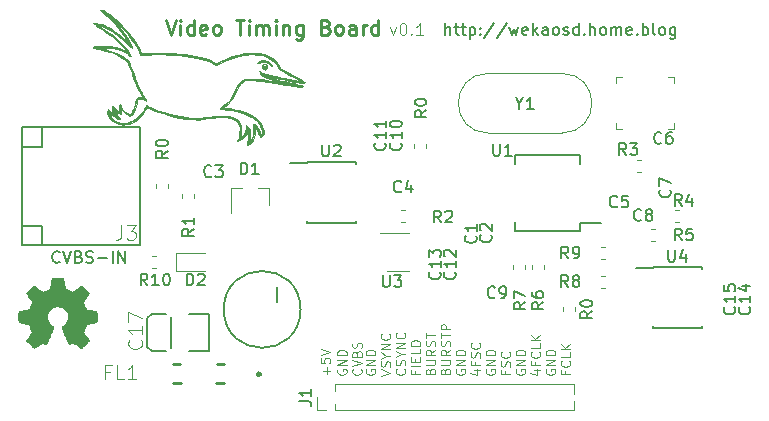
<source format=gto>
%TF.GenerationSoftware,KiCad,Pcbnew,(5.0.0)*%
%TF.CreationDate,2019-04-05T20:44:03+13:00*%
%TF.ProjectId,VideoTimingBoard,566964656F54696D696E67426F617264,rev?*%
%TF.SameCoordinates,Original*%
%TF.FileFunction,Legend,Top*%
%TF.FilePolarity,Positive*%
%FSLAX46Y46*%
G04 Gerber Fmt 4.6, Leading zero omitted, Abs format (unit mm)*
G04 Created by KiCad (PCBNEW (5.0.0)) date 04/05/19 20:44:03*
%MOMM*%
%LPD*%
G01*
G04 APERTURE LIST*
%ADD10C,0.150000*%
%ADD11C,0.100000*%
%ADD12C,0.125000*%
%ADD13C,0.250000*%
%ADD14C,0.120000*%
%ADD15C,0.254000*%
%ADD16C,0.203200*%
%ADD17C,0.127000*%
%ADD18C,0.010000*%
%ADD19C,0.101600*%
%ADD20C,0.065024*%
%ADD21C,0.032512*%
%ADD22C,0.120650*%
G04 APERTURE END LIST*
D10*
X118300809Y-107418142D02*
X118253190Y-107465761D01*
X118110333Y-107513380D01*
X118015095Y-107513380D01*
X117872238Y-107465761D01*
X117777000Y-107370523D01*
X117729380Y-107275285D01*
X117681761Y-107084809D01*
X117681761Y-106941952D01*
X117729380Y-106751476D01*
X117777000Y-106656238D01*
X117872238Y-106561000D01*
X118015095Y-106513380D01*
X118110333Y-106513380D01*
X118253190Y-106561000D01*
X118300809Y-106608619D01*
X118586523Y-106513380D02*
X118919857Y-107513380D01*
X119253190Y-106513380D01*
X119919857Y-106989571D02*
X120062714Y-107037190D01*
X120110333Y-107084809D01*
X120157952Y-107180047D01*
X120157952Y-107322904D01*
X120110333Y-107418142D01*
X120062714Y-107465761D01*
X119967476Y-107513380D01*
X119586523Y-107513380D01*
X119586523Y-106513380D01*
X119919857Y-106513380D01*
X120015095Y-106561000D01*
X120062714Y-106608619D01*
X120110333Y-106703857D01*
X120110333Y-106799095D01*
X120062714Y-106894333D01*
X120015095Y-106941952D01*
X119919857Y-106989571D01*
X119586523Y-106989571D01*
X120538904Y-107465761D02*
X120681761Y-107513380D01*
X120919857Y-107513380D01*
X121015095Y-107465761D01*
X121062714Y-107418142D01*
X121110333Y-107322904D01*
X121110333Y-107227666D01*
X121062714Y-107132428D01*
X121015095Y-107084809D01*
X120919857Y-107037190D01*
X120729380Y-106989571D01*
X120634142Y-106941952D01*
X120586523Y-106894333D01*
X120538904Y-106799095D01*
X120538904Y-106703857D01*
X120586523Y-106608619D01*
X120634142Y-106561000D01*
X120729380Y-106513380D01*
X120967476Y-106513380D01*
X121110333Y-106561000D01*
X121538904Y-107132428D02*
X122300809Y-107132428D01*
X122777000Y-107513380D02*
X122777000Y-106513380D01*
X123253190Y-107513380D02*
X123253190Y-106513380D01*
X123824619Y-107513380D01*
X123824619Y-106513380D01*
D11*
X146272428Y-87542714D02*
X146510523Y-88209380D01*
X146748619Y-87542714D01*
X147320047Y-87209380D02*
X147415285Y-87209380D01*
X147510523Y-87257000D01*
X147558142Y-87304619D01*
X147605761Y-87399857D01*
X147653380Y-87590333D01*
X147653380Y-87828428D01*
X147605761Y-88018904D01*
X147558142Y-88114142D01*
X147510523Y-88161761D01*
X147415285Y-88209380D01*
X147320047Y-88209380D01*
X147224809Y-88161761D01*
X147177190Y-88114142D01*
X147129571Y-88018904D01*
X147081952Y-87828428D01*
X147081952Y-87590333D01*
X147129571Y-87399857D01*
X147177190Y-87304619D01*
X147224809Y-87257000D01*
X147320047Y-87209380D01*
X148081952Y-88114142D02*
X148129571Y-88161761D01*
X148081952Y-88209380D01*
X148034333Y-88161761D01*
X148081952Y-88114142D01*
X148081952Y-88209380D01*
X149081952Y-88209380D02*
X148510523Y-88209380D01*
X148796238Y-88209380D02*
X148796238Y-87209380D01*
X148701000Y-87352238D01*
X148605761Y-87447476D01*
X148510523Y-87495095D01*
D12*
X143795714Y-116492130D02*
X143833809Y-116530226D01*
X143871904Y-116644511D01*
X143871904Y-116720702D01*
X143833809Y-116834988D01*
X143757619Y-116911178D01*
X143681428Y-116949273D01*
X143529047Y-116987369D01*
X143414761Y-116987369D01*
X143262380Y-116949273D01*
X143186190Y-116911178D01*
X143110000Y-116834988D01*
X143071904Y-116720702D01*
X143071904Y-116644511D01*
X143110000Y-116530226D01*
X143148095Y-116492130D01*
X143071904Y-116263559D02*
X143871904Y-115996892D01*
X143071904Y-115730226D01*
X143452857Y-115196892D02*
X143490952Y-115082607D01*
X143529047Y-115044511D01*
X143605238Y-115006416D01*
X143719523Y-115006416D01*
X143795714Y-115044511D01*
X143833809Y-115082607D01*
X143871904Y-115158797D01*
X143871904Y-115463559D01*
X143071904Y-115463559D01*
X143071904Y-115196892D01*
X143110000Y-115120702D01*
X143148095Y-115082607D01*
X143224285Y-115044511D01*
X143300476Y-115044511D01*
X143376666Y-115082607D01*
X143414761Y-115120702D01*
X143452857Y-115196892D01*
X143452857Y-115463559D01*
X143833809Y-114701654D02*
X143871904Y-114587369D01*
X143871904Y-114396892D01*
X143833809Y-114320702D01*
X143795714Y-114282607D01*
X143719523Y-114244511D01*
X143643333Y-114244511D01*
X143567142Y-114282607D01*
X143529047Y-114320702D01*
X143490952Y-114396892D01*
X143452857Y-114549273D01*
X143414761Y-114625464D01*
X143376666Y-114663559D01*
X143300476Y-114701654D01*
X143224285Y-114701654D01*
X143148095Y-114663559D01*
X143110000Y-114625464D01*
X143071904Y-114549273D01*
X143071904Y-114358797D01*
X143110000Y-114244511D01*
X141840000Y-116530226D02*
X141801904Y-116606416D01*
X141801904Y-116720702D01*
X141840000Y-116834988D01*
X141916190Y-116911178D01*
X141992380Y-116949273D01*
X142144761Y-116987369D01*
X142259047Y-116987369D01*
X142411428Y-116949273D01*
X142487619Y-116911178D01*
X142563809Y-116834988D01*
X142601904Y-116720702D01*
X142601904Y-116644511D01*
X142563809Y-116530226D01*
X142525714Y-116492130D01*
X142259047Y-116492130D01*
X142259047Y-116644511D01*
X142601904Y-116149273D02*
X141801904Y-116149273D01*
X142601904Y-115692130D01*
X141801904Y-115692130D01*
X142601904Y-115311178D02*
X141801904Y-115311178D01*
X141801904Y-115120702D01*
X141840000Y-115006416D01*
X141916190Y-114930226D01*
X141992380Y-114892130D01*
X142144761Y-114854035D01*
X142259047Y-114854035D01*
X142411428Y-114892130D01*
X142487619Y-114930226D01*
X142563809Y-115006416D01*
X142601904Y-115120702D01*
X142601904Y-115311178D01*
X153371571Y-116606416D02*
X153904904Y-116606416D01*
X153066809Y-116796892D02*
X153638238Y-116987369D01*
X153638238Y-116492130D01*
X153485857Y-115920702D02*
X153485857Y-116187369D01*
X153904904Y-116187369D02*
X153104904Y-116187369D01*
X153104904Y-115806416D01*
X153866809Y-115539750D02*
X153904904Y-115425464D01*
X153904904Y-115234988D01*
X153866809Y-115158797D01*
X153828714Y-115120702D01*
X153752523Y-115082607D01*
X153676333Y-115082607D01*
X153600142Y-115120702D01*
X153562047Y-115158797D01*
X153523952Y-115234988D01*
X153485857Y-115387369D01*
X153447761Y-115463559D01*
X153409666Y-115501654D01*
X153333476Y-115539750D01*
X153257285Y-115539750D01*
X153181095Y-115501654D01*
X153143000Y-115463559D01*
X153104904Y-115387369D01*
X153104904Y-115196892D01*
X153143000Y-115082607D01*
X153828714Y-114282607D02*
X153866809Y-114320702D01*
X153904904Y-114434988D01*
X153904904Y-114511178D01*
X153866809Y-114625464D01*
X153790619Y-114701654D01*
X153714428Y-114739750D01*
X153562047Y-114777845D01*
X153447761Y-114777845D01*
X153295380Y-114739750D01*
X153219190Y-114701654D01*
X153143000Y-114625464D01*
X153104904Y-114511178D01*
X153104904Y-114434988D01*
X153143000Y-114320702D01*
X153181095Y-114282607D01*
D10*
X150957595Y-88209380D02*
X150957595Y-87209380D01*
X151386166Y-88209380D02*
X151386166Y-87685571D01*
X151338547Y-87590333D01*
X151243309Y-87542714D01*
X151100452Y-87542714D01*
X151005214Y-87590333D01*
X150957595Y-87637952D01*
X151719500Y-87542714D02*
X152100452Y-87542714D01*
X151862357Y-87209380D02*
X151862357Y-88066523D01*
X151909976Y-88161761D01*
X152005214Y-88209380D01*
X152100452Y-88209380D01*
X152290928Y-87542714D02*
X152671880Y-87542714D01*
X152433785Y-87209380D02*
X152433785Y-88066523D01*
X152481404Y-88161761D01*
X152576642Y-88209380D01*
X152671880Y-88209380D01*
X153005214Y-87542714D02*
X153005214Y-88542714D01*
X153005214Y-87590333D02*
X153100452Y-87542714D01*
X153290928Y-87542714D01*
X153386166Y-87590333D01*
X153433785Y-87637952D01*
X153481404Y-87733190D01*
X153481404Y-88018904D01*
X153433785Y-88114142D01*
X153386166Y-88161761D01*
X153290928Y-88209380D01*
X153100452Y-88209380D01*
X153005214Y-88161761D01*
X153909976Y-88114142D02*
X153957595Y-88161761D01*
X153909976Y-88209380D01*
X153862357Y-88161761D01*
X153909976Y-88114142D01*
X153909976Y-88209380D01*
X153909976Y-87590333D02*
X153957595Y-87637952D01*
X153909976Y-87685571D01*
X153862357Y-87637952D01*
X153909976Y-87590333D01*
X153909976Y-87685571D01*
X155100452Y-87161761D02*
X154243309Y-88447476D01*
X156148071Y-87161761D02*
X155290928Y-88447476D01*
X156386166Y-87542714D02*
X156576642Y-88209380D01*
X156767119Y-87733190D01*
X156957595Y-88209380D01*
X157148071Y-87542714D01*
X157909976Y-88161761D02*
X157814738Y-88209380D01*
X157624261Y-88209380D01*
X157529023Y-88161761D01*
X157481404Y-88066523D01*
X157481404Y-87685571D01*
X157529023Y-87590333D01*
X157624261Y-87542714D01*
X157814738Y-87542714D01*
X157909976Y-87590333D01*
X157957595Y-87685571D01*
X157957595Y-87780809D01*
X157481404Y-87876047D01*
X158386166Y-88209380D02*
X158386166Y-87209380D01*
X158481404Y-87828428D02*
X158767119Y-88209380D01*
X158767119Y-87542714D02*
X158386166Y-87923666D01*
X159624261Y-88209380D02*
X159624261Y-87685571D01*
X159576642Y-87590333D01*
X159481404Y-87542714D01*
X159290928Y-87542714D01*
X159195690Y-87590333D01*
X159624261Y-88161761D02*
X159529023Y-88209380D01*
X159290928Y-88209380D01*
X159195690Y-88161761D01*
X159148071Y-88066523D01*
X159148071Y-87971285D01*
X159195690Y-87876047D01*
X159290928Y-87828428D01*
X159529023Y-87828428D01*
X159624261Y-87780809D01*
X160243309Y-88209380D02*
X160148071Y-88161761D01*
X160100452Y-88114142D01*
X160052833Y-88018904D01*
X160052833Y-87733190D01*
X160100452Y-87637952D01*
X160148071Y-87590333D01*
X160243309Y-87542714D01*
X160386166Y-87542714D01*
X160481404Y-87590333D01*
X160529023Y-87637952D01*
X160576642Y-87733190D01*
X160576642Y-88018904D01*
X160529023Y-88114142D01*
X160481404Y-88161761D01*
X160386166Y-88209380D01*
X160243309Y-88209380D01*
X160957595Y-88161761D02*
X161052833Y-88209380D01*
X161243309Y-88209380D01*
X161338547Y-88161761D01*
X161386166Y-88066523D01*
X161386166Y-88018904D01*
X161338547Y-87923666D01*
X161243309Y-87876047D01*
X161100452Y-87876047D01*
X161005214Y-87828428D01*
X160957595Y-87733190D01*
X160957595Y-87685571D01*
X161005214Y-87590333D01*
X161100452Y-87542714D01*
X161243309Y-87542714D01*
X161338547Y-87590333D01*
X162243309Y-88209380D02*
X162243309Y-87209380D01*
X162243309Y-88161761D02*
X162148071Y-88209380D01*
X161957595Y-88209380D01*
X161862357Y-88161761D01*
X161814738Y-88114142D01*
X161767119Y-88018904D01*
X161767119Y-87733190D01*
X161814738Y-87637952D01*
X161862357Y-87590333D01*
X161957595Y-87542714D01*
X162148071Y-87542714D01*
X162243309Y-87590333D01*
X162719500Y-88114142D02*
X162767119Y-88161761D01*
X162719500Y-88209380D01*
X162671880Y-88161761D01*
X162719500Y-88114142D01*
X162719500Y-88209380D01*
X163195690Y-88209380D02*
X163195690Y-87209380D01*
X163624261Y-88209380D02*
X163624261Y-87685571D01*
X163576642Y-87590333D01*
X163481404Y-87542714D01*
X163338547Y-87542714D01*
X163243309Y-87590333D01*
X163195690Y-87637952D01*
X164243309Y-88209380D02*
X164148071Y-88161761D01*
X164100452Y-88114142D01*
X164052833Y-88018904D01*
X164052833Y-87733190D01*
X164100452Y-87637952D01*
X164148071Y-87590333D01*
X164243309Y-87542714D01*
X164386166Y-87542714D01*
X164481404Y-87590333D01*
X164529023Y-87637952D01*
X164576642Y-87733190D01*
X164576642Y-88018904D01*
X164529023Y-88114142D01*
X164481404Y-88161761D01*
X164386166Y-88209380D01*
X164243309Y-88209380D01*
X165005214Y-88209380D02*
X165005214Y-87542714D01*
X165005214Y-87637952D02*
X165052833Y-87590333D01*
X165148071Y-87542714D01*
X165290928Y-87542714D01*
X165386166Y-87590333D01*
X165433785Y-87685571D01*
X165433785Y-88209380D01*
X165433785Y-87685571D02*
X165481404Y-87590333D01*
X165576642Y-87542714D01*
X165719500Y-87542714D01*
X165814738Y-87590333D01*
X165862357Y-87685571D01*
X165862357Y-88209380D01*
X166719500Y-88161761D02*
X166624261Y-88209380D01*
X166433785Y-88209380D01*
X166338547Y-88161761D01*
X166290928Y-88066523D01*
X166290928Y-87685571D01*
X166338547Y-87590333D01*
X166433785Y-87542714D01*
X166624261Y-87542714D01*
X166719500Y-87590333D01*
X166767119Y-87685571D01*
X166767119Y-87780809D01*
X166290928Y-87876047D01*
X167195690Y-88114142D02*
X167243309Y-88161761D01*
X167195690Y-88209380D01*
X167148071Y-88161761D01*
X167195690Y-88114142D01*
X167195690Y-88209380D01*
X167671880Y-88209380D02*
X167671880Y-87209380D01*
X167671880Y-87590333D02*
X167767119Y-87542714D01*
X167957595Y-87542714D01*
X168052833Y-87590333D01*
X168100452Y-87637952D01*
X168148071Y-87733190D01*
X168148071Y-88018904D01*
X168100452Y-88114142D01*
X168052833Y-88161761D01*
X167957595Y-88209380D01*
X167767119Y-88209380D01*
X167671880Y-88161761D01*
X168719500Y-88209380D02*
X168624261Y-88161761D01*
X168576642Y-88066523D01*
X168576642Y-87209380D01*
X169243309Y-88209380D02*
X169148071Y-88161761D01*
X169100452Y-88114142D01*
X169052833Y-88018904D01*
X169052833Y-87733190D01*
X169100452Y-87637952D01*
X169148071Y-87590333D01*
X169243309Y-87542714D01*
X169386166Y-87542714D01*
X169481404Y-87590333D01*
X169529023Y-87637952D01*
X169576642Y-87733190D01*
X169576642Y-88018904D01*
X169529023Y-88114142D01*
X169481404Y-88161761D01*
X169386166Y-88209380D01*
X169243309Y-88209380D01*
X170433785Y-87542714D02*
X170433785Y-88352238D01*
X170386166Y-88447476D01*
X170338547Y-88495095D01*
X170243309Y-88542714D01*
X170100452Y-88542714D01*
X170005214Y-88495095D01*
X170433785Y-88161761D02*
X170338547Y-88209380D01*
X170148071Y-88209380D01*
X170052833Y-88161761D01*
X170005214Y-88114142D01*
X169957595Y-88018904D01*
X169957595Y-87733190D01*
X170005214Y-87637952D01*
X170052833Y-87590333D01*
X170148071Y-87542714D01*
X170338547Y-87542714D01*
X170433785Y-87590333D01*
D13*
X127281547Y-86945476D02*
X127698214Y-88195476D01*
X128114880Y-86945476D01*
X128531547Y-88195476D02*
X128531547Y-87362142D01*
X128531547Y-86945476D02*
X128472023Y-87005000D01*
X128531547Y-87064523D01*
X128591071Y-87005000D01*
X128531547Y-86945476D01*
X128531547Y-87064523D01*
X129662500Y-88195476D02*
X129662500Y-86945476D01*
X129662500Y-88135952D02*
X129543452Y-88195476D01*
X129305357Y-88195476D01*
X129186309Y-88135952D01*
X129126785Y-88076428D01*
X129067261Y-87957380D01*
X129067261Y-87600238D01*
X129126785Y-87481190D01*
X129186309Y-87421666D01*
X129305357Y-87362142D01*
X129543452Y-87362142D01*
X129662500Y-87421666D01*
X130733928Y-88135952D02*
X130614880Y-88195476D01*
X130376785Y-88195476D01*
X130257738Y-88135952D01*
X130198214Y-88016904D01*
X130198214Y-87540714D01*
X130257738Y-87421666D01*
X130376785Y-87362142D01*
X130614880Y-87362142D01*
X130733928Y-87421666D01*
X130793452Y-87540714D01*
X130793452Y-87659761D01*
X130198214Y-87778809D01*
X131507738Y-88195476D02*
X131388690Y-88135952D01*
X131329166Y-88076428D01*
X131269642Y-87957380D01*
X131269642Y-87600238D01*
X131329166Y-87481190D01*
X131388690Y-87421666D01*
X131507738Y-87362142D01*
X131686309Y-87362142D01*
X131805357Y-87421666D01*
X131864880Y-87481190D01*
X131924404Y-87600238D01*
X131924404Y-87957380D01*
X131864880Y-88076428D01*
X131805357Y-88135952D01*
X131686309Y-88195476D01*
X131507738Y-88195476D01*
X133233928Y-86945476D02*
X133948214Y-86945476D01*
X133591071Y-88195476D02*
X133591071Y-86945476D01*
X134364880Y-88195476D02*
X134364880Y-87362142D01*
X134364880Y-86945476D02*
X134305357Y-87005000D01*
X134364880Y-87064523D01*
X134424404Y-87005000D01*
X134364880Y-86945476D01*
X134364880Y-87064523D01*
X134960119Y-88195476D02*
X134960119Y-87362142D01*
X134960119Y-87481190D02*
X135019642Y-87421666D01*
X135138690Y-87362142D01*
X135317261Y-87362142D01*
X135436309Y-87421666D01*
X135495833Y-87540714D01*
X135495833Y-88195476D01*
X135495833Y-87540714D02*
X135555357Y-87421666D01*
X135674404Y-87362142D01*
X135852976Y-87362142D01*
X135972023Y-87421666D01*
X136031547Y-87540714D01*
X136031547Y-88195476D01*
X136626785Y-88195476D02*
X136626785Y-87362142D01*
X136626785Y-86945476D02*
X136567261Y-87005000D01*
X136626785Y-87064523D01*
X136686309Y-87005000D01*
X136626785Y-86945476D01*
X136626785Y-87064523D01*
X137222023Y-87362142D02*
X137222023Y-88195476D01*
X137222023Y-87481190D02*
X137281547Y-87421666D01*
X137400595Y-87362142D01*
X137579166Y-87362142D01*
X137698214Y-87421666D01*
X137757738Y-87540714D01*
X137757738Y-88195476D01*
X138888690Y-87362142D02*
X138888690Y-88374047D01*
X138829166Y-88493095D01*
X138769642Y-88552619D01*
X138650595Y-88612142D01*
X138472023Y-88612142D01*
X138352976Y-88552619D01*
X138888690Y-88135952D02*
X138769642Y-88195476D01*
X138531547Y-88195476D01*
X138412500Y-88135952D01*
X138352976Y-88076428D01*
X138293452Y-87957380D01*
X138293452Y-87600238D01*
X138352976Y-87481190D01*
X138412500Y-87421666D01*
X138531547Y-87362142D01*
X138769642Y-87362142D01*
X138888690Y-87421666D01*
X140852976Y-87540714D02*
X141031547Y-87600238D01*
X141091071Y-87659761D01*
X141150595Y-87778809D01*
X141150595Y-87957380D01*
X141091071Y-88076428D01*
X141031547Y-88135952D01*
X140912500Y-88195476D01*
X140436309Y-88195476D01*
X140436309Y-86945476D01*
X140852976Y-86945476D01*
X140972023Y-87005000D01*
X141031547Y-87064523D01*
X141091071Y-87183571D01*
X141091071Y-87302619D01*
X141031547Y-87421666D01*
X140972023Y-87481190D01*
X140852976Y-87540714D01*
X140436309Y-87540714D01*
X141864880Y-88195476D02*
X141745833Y-88135952D01*
X141686309Y-88076428D01*
X141626785Y-87957380D01*
X141626785Y-87600238D01*
X141686309Y-87481190D01*
X141745833Y-87421666D01*
X141864880Y-87362142D01*
X142043452Y-87362142D01*
X142162500Y-87421666D01*
X142222023Y-87481190D01*
X142281547Y-87600238D01*
X142281547Y-87957380D01*
X142222023Y-88076428D01*
X142162500Y-88135952D01*
X142043452Y-88195476D01*
X141864880Y-88195476D01*
X143352976Y-88195476D02*
X143352976Y-87540714D01*
X143293452Y-87421666D01*
X143174404Y-87362142D01*
X142936309Y-87362142D01*
X142817261Y-87421666D01*
X143352976Y-88135952D02*
X143233928Y-88195476D01*
X142936309Y-88195476D01*
X142817261Y-88135952D01*
X142757738Y-88016904D01*
X142757738Y-87897857D01*
X142817261Y-87778809D01*
X142936309Y-87719285D01*
X143233928Y-87719285D01*
X143352976Y-87659761D01*
X143948214Y-88195476D02*
X143948214Y-87362142D01*
X143948214Y-87600238D02*
X144007738Y-87481190D01*
X144067261Y-87421666D01*
X144186309Y-87362142D01*
X144305357Y-87362142D01*
X145257738Y-88195476D02*
X145257738Y-86945476D01*
X145257738Y-88135952D02*
X145138690Y-88195476D01*
X144900595Y-88195476D01*
X144781547Y-88135952D01*
X144722023Y-88076428D01*
X144662500Y-87957380D01*
X144662500Y-87600238D01*
X144722023Y-87481190D01*
X144781547Y-87421666D01*
X144900595Y-87362142D01*
X145138690Y-87362142D01*
X145257738Y-87421666D01*
D12*
X161105857Y-116682607D02*
X161105857Y-116949273D01*
X161524904Y-116949273D02*
X160724904Y-116949273D01*
X160724904Y-116568321D01*
X161448714Y-115806416D02*
X161486809Y-115844511D01*
X161524904Y-115958797D01*
X161524904Y-116034988D01*
X161486809Y-116149273D01*
X161410619Y-116225464D01*
X161334428Y-116263559D01*
X161182047Y-116301654D01*
X161067761Y-116301654D01*
X160915380Y-116263559D01*
X160839190Y-116225464D01*
X160763000Y-116149273D01*
X160724904Y-116034988D01*
X160724904Y-115958797D01*
X160763000Y-115844511D01*
X160801095Y-115806416D01*
X161524904Y-115082607D02*
X161524904Y-115463559D01*
X160724904Y-115463559D01*
X161524904Y-114815940D02*
X160724904Y-114815940D01*
X161524904Y-114358797D02*
X161067761Y-114701654D01*
X160724904Y-114358797D02*
X161182047Y-114815940D01*
X159493000Y-116530226D02*
X159454904Y-116606416D01*
X159454904Y-116720702D01*
X159493000Y-116834988D01*
X159569190Y-116911178D01*
X159645380Y-116949273D01*
X159797761Y-116987369D01*
X159912047Y-116987369D01*
X160064428Y-116949273D01*
X160140619Y-116911178D01*
X160216809Y-116834988D01*
X160254904Y-116720702D01*
X160254904Y-116644511D01*
X160216809Y-116530226D01*
X160178714Y-116492130D01*
X159912047Y-116492130D01*
X159912047Y-116644511D01*
X160254904Y-116149273D02*
X159454904Y-116149273D01*
X160254904Y-115692130D01*
X159454904Y-115692130D01*
X160254904Y-115311178D02*
X159454904Y-115311178D01*
X159454904Y-115120702D01*
X159493000Y-115006416D01*
X159569190Y-114930226D01*
X159645380Y-114892130D01*
X159797761Y-114854035D01*
X159912047Y-114854035D01*
X160064428Y-114892130D01*
X160140619Y-114930226D01*
X160216809Y-115006416D01*
X160254904Y-115120702D01*
X160254904Y-115311178D01*
X158451571Y-116606416D02*
X158984904Y-116606416D01*
X158146809Y-116796892D02*
X158718238Y-116987369D01*
X158718238Y-116492130D01*
X158565857Y-115920702D02*
X158565857Y-116187369D01*
X158984904Y-116187369D02*
X158184904Y-116187369D01*
X158184904Y-115806416D01*
X158908714Y-115044511D02*
X158946809Y-115082607D01*
X158984904Y-115196892D01*
X158984904Y-115273083D01*
X158946809Y-115387369D01*
X158870619Y-115463559D01*
X158794428Y-115501654D01*
X158642047Y-115539750D01*
X158527761Y-115539750D01*
X158375380Y-115501654D01*
X158299190Y-115463559D01*
X158223000Y-115387369D01*
X158184904Y-115273083D01*
X158184904Y-115196892D01*
X158223000Y-115082607D01*
X158261095Y-115044511D01*
X158984904Y-114320702D02*
X158984904Y-114701654D01*
X158184904Y-114701654D01*
X158984904Y-114054035D02*
X158184904Y-114054035D01*
X158984904Y-113596892D02*
X158527761Y-113939750D01*
X158184904Y-113596892D02*
X158642047Y-114054035D01*
X156953000Y-116530226D02*
X156914904Y-116606416D01*
X156914904Y-116720702D01*
X156953000Y-116834988D01*
X157029190Y-116911178D01*
X157105380Y-116949273D01*
X157257761Y-116987369D01*
X157372047Y-116987369D01*
X157524428Y-116949273D01*
X157600619Y-116911178D01*
X157676809Y-116834988D01*
X157714904Y-116720702D01*
X157714904Y-116644511D01*
X157676809Y-116530226D01*
X157638714Y-116492130D01*
X157372047Y-116492130D01*
X157372047Y-116644511D01*
X157714904Y-116149273D02*
X156914904Y-116149273D01*
X157714904Y-115692130D01*
X156914904Y-115692130D01*
X157714904Y-115311178D02*
X156914904Y-115311178D01*
X156914904Y-115120702D01*
X156953000Y-115006416D01*
X157029190Y-114930226D01*
X157105380Y-114892130D01*
X157257761Y-114854035D01*
X157372047Y-114854035D01*
X157524428Y-114892130D01*
X157600619Y-114930226D01*
X157676809Y-115006416D01*
X157714904Y-115120702D01*
X157714904Y-115311178D01*
X156025857Y-116682607D02*
X156025857Y-116949273D01*
X156444904Y-116949273D02*
X155644904Y-116949273D01*
X155644904Y-116568321D01*
X156406809Y-116301654D02*
X156444904Y-116187369D01*
X156444904Y-115996892D01*
X156406809Y-115920702D01*
X156368714Y-115882607D01*
X156292523Y-115844511D01*
X156216333Y-115844511D01*
X156140142Y-115882607D01*
X156102047Y-115920702D01*
X156063952Y-115996892D01*
X156025857Y-116149273D01*
X155987761Y-116225464D01*
X155949666Y-116263559D01*
X155873476Y-116301654D01*
X155797285Y-116301654D01*
X155721095Y-116263559D01*
X155683000Y-116225464D01*
X155644904Y-116149273D01*
X155644904Y-115958797D01*
X155683000Y-115844511D01*
X156368714Y-115044511D02*
X156406809Y-115082607D01*
X156444904Y-115196892D01*
X156444904Y-115273083D01*
X156406809Y-115387369D01*
X156330619Y-115463559D01*
X156254428Y-115501654D01*
X156102047Y-115539750D01*
X155987761Y-115539750D01*
X155835380Y-115501654D01*
X155759190Y-115463559D01*
X155683000Y-115387369D01*
X155644904Y-115273083D01*
X155644904Y-115196892D01*
X155683000Y-115082607D01*
X155721095Y-115044511D01*
X154413000Y-116530226D02*
X154374904Y-116606416D01*
X154374904Y-116720702D01*
X154413000Y-116834988D01*
X154489190Y-116911178D01*
X154565380Y-116949273D01*
X154717761Y-116987369D01*
X154832047Y-116987369D01*
X154984428Y-116949273D01*
X155060619Y-116911178D01*
X155136809Y-116834988D01*
X155174904Y-116720702D01*
X155174904Y-116644511D01*
X155136809Y-116530226D01*
X155098714Y-116492130D01*
X154832047Y-116492130D01*
X154832047Y-116644511D01*
X155174904Y-116149273D02*
X154374904Y-116149273D01*
X155174904Y-115692130D01*
X154374904Y-115692130D01*
X155174904Y-115311178D02*
X154374904Y-115311178D01*
X154374904Y-115120702D01*
X154413000Y-115006416D01*
X154489190Y-114930226D01*
X154565380Y-114892130D01*
X154717761Y-114854035D01*
X154832047Y-114854035D01*
X154984428Y-114892130D01*
X155060619Y-114930226D01*
X155136809Y-115006416D01*
X155174904Y-115120702D01*
X155174904Y-115311178D01*
X151873000Y-116530226D02*
X151834904Y-116606416D01*
X151834904Y-116720702D01*
X151873000Y-116834988D01*
X151949190Y-116911178D01*
X152025380Y-116949273D01*
X152177761Y-116987369D01*
X152292047Y-116987369D01*
X152444428Y-116949273D01*
X152520619Y-116911178D01*
X152596809Y-116834988D01*
X152634904Y-116720702D01*
X152634904Y-116644511D01*
X152596809Y-116530226D01*
X152558714Y-116492130D01*
X152292047Y-116492130D01*
X152292047Y-116644511D01*
X152634904Y-116149273D02*
X151834904Y-116149273D01*
X152634904Y-115692130D01*
X151834904Y-115692130D01*
X152634904Y-115311178D02*
X151834904Y-115311178D01*
X151834904Y-115120702D01*
X151873000Y-115006416D01*
X151949190Y-114930226D01*
X152025380Y-114892130D01*
X152177761Y-114854035D01*
X152292047Y-114854035D01*
X152444428Y-114892130D01*
X152520619Y-114930226D01*
X152596809Y-115006416D01*
X152634904Y-115120702D01*
X152634904Y-115311178D01*
X150945857Y-116682607D02*
X150983952Y-116568321D01*
X151022047Y-116530226D01*
X151098238Y-116492130D01*
X151212523Y-116492130D01*
X151288714Y-116530226D01*
X151326809Y-116568321D01*
X151364904Y-116644511D01*
X151364904Y-116949273D01*
X150564904Y-116949273D01*
X150564904Y-116682607D01*
X150603000Y-116606416D01*
X150641095Y-116568321D01*
X150717285Y-116530226D01*
X150793476Y-116530226D01*
X150869666Y-116568321D01*
X150907761Y-116606416D01*
X150945857Y-116682607D01*
X150945857Y-116949273D01*
X150564904Y-116149273D02*
X151212523Y-116149273D01*
X151288714Y-116111178D01*
X151326809Y-116073083D01*
X151364904Y-115996892D01*
X151364904Y-115844511D01*
X151326809Y-115768321D01*
X151288714Y-115730226D01*
X151212523Y-115692130D01*
X150564904Y-115692130D01*
X151364904Y-114854035D02*
X150983952Y-115120702D01*
X151364904Y-115311178D02*
X150564904Y-115311178D01*
X150564904Y-115006416D01*
X150603000Y-114930226D01*
X150641095Y-114892130D01*
X150717285Y-114854035D01*
X150831571Y-114854035D01*
X150907761Y-114892130D01*
X150945857Y-114930226D01*
X150983952Y-115006416D01*
X150983952Y-115311178D01*
X151326809Y-114549273D02*
X151364904Y-114434988D01*
X151364904Y-114244511D01*
X151326809Y-114168321D01*
X151288714Y-114130226D01*
X151212523Y-114092130D01*
X151136333Y-114092130D01*
X151060142Y-114130226D01*
X151022047Y-114168321D01*
X150983952Y-114244511D01*
X150945857Y-114396892D01*
X150907761Y-114473083D01*
X150869666Y-114511178D01*
X150793476Y-114549273D01*
X150717285Y-114549273D01*
X150641095Y-114511178D01*
X150603000Y-114473083D01*
X150564904Y-114396892D01*
X150564904Y-114206416D01*
X150603000Y-114092130D01*
X150564904Y-113863559D02*
X150564904Y-113406416D01*
X151364904Y-113634988D02*
X150564904Y-113634988D01*
X151364904Y-113139750D02*
X150564904Y-113139750D01*
X150564904Y-112834988D01*
X150603000Y-112758797D01*
X150641095Y-112720702D01*
X150717285Y-112682607D01*
X150831571Y-112682607D01*
X150907761Y-112720702D01*
X150945857Y-112758797D01*
X150983952Y-112834988D01*
X150983952Y-113139750D01*
X149675857Y-116682607D02*
X149713952Y-116568321D01*
X149752047Y-116530226D01*
X149828238Y-116492130D01*
X149942523Y-116492130D01*
X150018714Y-116530226D01*
X150056809Y-116568321D01*
X150094904Y-116644511D01*
X150094904Y-116949273D01*
X149294904Y-116949273D01*
X149294904Y-116682607D01*
X149333000Y-116606416D01*
X149371095Y-116568321D01*
X149447285Y-116530226D01*
X149523476Y-116530226D01*
X149599666Y-116568321D01*
X149637761Y-116606416D01*
X149675857Y-116682607D01*
X149675857Y-116949273D01*
X149294904Y-116149273D02*
X149942523Y-116149273D01*
X150018714Y-116111178D01*
X150056809Y-116073083D01*
X150094904Y-115996892D01*
X150094904Y-115844511D01*
X150056809Y-115768321D01*
X150018714Y-115730226D01*
X149942523Y-115692130D01*
X149294904Y-115692130D01*
X150094904Y-114854035D02*
X149713952Y-115120702D01*
X150094904Y-115311178D02*
X149294904Y-115311178D01*
X149294904Y-115006416D01*
X149333000Y-114930226D01*
X149371095Y-114892130D01*
X149447285Y-114854035D01*
X149561571Y-114854035D01*
X149637761Y-114892130D01*
X149675857Y-114930226D01*
X149713952Y-115006416D01*
X149713952Y-115311178D01*
X150056809Y-114549273D02*
X150094904Y-114434988D01*
X150094904Y-114244511D01*
X150056809Y-114168321D01*
X150018714Y-114130226D01*
X149942523Y-114092130D01*
X149866333Y-114092130D01*
X149790142Y-114130226D01*
X149752047Y-114168321D01*
X149713952Y-114244511D01*
X149675857Y-114396892D01*
X149637761Y-114473083D01*
X149599666Y-114511178D01*
X149523476Y-114549273D01*
X149447285Y-114549273D01*
X149371095Y-114511178D01*
X149333000Y-114473083D01*
X149294904Y-114396892D01*
X149294904Y-114206416D01*
X149333000Y-114092130D01*
X149294904Y-113863559D02*
X149294904Y-113406416D01*
X150094904Y-113634988D02*
X149294904Y-113634988D01*
X148405857Y-116682607D02*
X148405857Y-116949273D01*
X148824904Y-116949273D02*
X148024904Y-116949273D01*
X148024904Y-116568321D01*
X148824904Y-116263559D02*
X148024904Y-116263559D01*
X148405857Y-115882607D02*
X148405857Y-115615940D01*
X148824904Y-115501654D02*
X148824904Y-115882607D01*
X148024904Y-115882607D01*
X148024904Y-115501654D01*
X148824904Y-114777845D02*
X148824904Y-115158797D01*
X148024904Y-115158797D01*
X148824904Y-114511178D02*
X148024904Y-114511178D01*
X148024904Y-114320702D01*
X148063000Y-114206416D01*
X148139190Y-114130226D01*
X148215380Y-114092130D01*
X148367761Y-114054035D01*
X148482047Y-114054035D01*
X148634428Y-114092130D01*
X148710619Y-114130226D01*
X148786809Y-114206416D01*
X148824904Y-114320702D01*
X148824904Y-114511178D01*
X147478714Y-116492130D02*
X147516809Y-116530226D01*
X147554904Y-116644511D01*
X147554904Y-116720702D01*
X147516809Y-116834988D01*
X147440619Y-116911178D01*
X147364428Y-116949273D01*
X147212047Y-116987369D01*
X147097761Y-116987369D01*
X146945380Y-116949273D01*
X146869190Y-116911178D01*
X146793000Y-116834988D01*
X146754904Y-116720702D01*
X146754904Y-116644511D01*
X146793000Y-116530226D01*
X146831095Y-116492130D01*
X147516809Y-116187369D02*
X147554904Y-116073083D01*
X147554904Y-115882607D01*
X147516809Y-115806416D01*
X147478714Y-115768321D01*
X147402523Y-115730226D01*
X147326333Y-115730226D01*
X147250142Y-115768321D01*
X147212047Y-115806416D01*
X147173952Y-115882607D01*
X147135857Y-116034988D01*
X147097761Y-116111178D01*
X147059666Y-116149273D01*
X146983476Y-116187369D01*
X146907285Y-116187369D01*
X146831095Y-116149273D01*
X146793000Y-116111178D01*
X146754904Y-116034988D01*
X146754904Y-115844511D01*
X146793000Y-115730226D01*
X147173952Y-115234988D02*
X147554904Y-115234988D01*
X146754904Y-115501654D02*
X147173952Y-115234988D01*
X146754904Y-114968321D01*
X147554904Y-114701654D02*
X146754904Y-114701654D01*
X147554904Y-114244511D01*
X146754904Y-114244511D01*
X147478714Y-113406416D02*
X147516809Y-113444511D01*
X147554904Y-113558797D01*
X147554904Y-113634988D01*
X147516809Y-113749273D01*
X147440619Y-113825464D01*
X147364428Y-113863559D01*
X147212047Y-113901654D01*
X147097761Y-113901654D01*
X146945380Y-113863559D01*
X146869190Y-113825464D01*
X146793000Y-113749273D01*
X146754904Y-113634988D01*
X146754904Y-113558797D01*
X146793000Y-113444511D01*
X146831095Y-113406416D01*
X145484904Y-117063559D02*
X146284904Y-116796892D01*
X145484904Y-116530226D01*
X146246809Y-116301654D02*
X146284904Y-116187369D01*
X146284904Y-115996892D01*
X146246809Y-115920702D01*
X146208714Y-115882607D01*
X146132523Y-115844511D01*
X146056333Y-115844511D01*
X145980142Y-115882607D01*
X145942047Y-115920702D01*
X145903952Y-115996892D01*
X145865857Y-116149273D01*
X145827761Y-116225464D01*
X145789666Y-116263559D01*
X145713476Y-116301654D01*
X145637285Y-116301654D01*
X145561095Y-116263559D01*
X145523000Y-116225464D01*
X145484904Y-116149273D01*
X145484904Y-115958797D01*
X145523000Y-115844511D01*
X145903952Y-115349273D02*
X146284904Y-115349273D01*
X145484904Y-115615940D02*
X145903952Y-115349273D01*
X145484904Y-115082607D01*
X146284904Y-114815940D02*
X145484904Y-114815940D01*
X146284904Y-114358797D01*
X145484904Y-114358797D01*
X146208714Y-113520702D02*
X146246809Y-113558797D01*
X146284904Y-113673083D01*
X146284904Y-113749273D01*
X146246809Y-113863559D01*
X146170619Y-113939750D01*
X146094428Y-113977845D01*
X145942047Y-114015940D01*
X145827761Y-114015940D01*
X145675380Y-113977845D01*
X145599190Y-113939750D01*
X145523000Y-113863559D01*
X145484904Y-113749273D01*
X145484904Y-113673083D01*
X145523000Y-113558797D01*
X145561095Y-113520702D01*
X144253000Y-116530226D02*
X144214904Y-116606416D01*
X144214904Y-116720702D01*
X144253000Y-116834988D01*
X144329190Y-116911178D01*
X144405380Y-116949273D01*
X144557761Y-116987369D01*
X144672047Y-116987369D01*
X144824428Y-116949273D01*
X144900619Y-116911178D01*
X144976809Y-116834988D01*
X145014904Y-116720702D01*
X145014904Y-116644511D01*
X144976809Y-116530226D01*
X144938714Y-116492130D01*
X144672047Y-116492130D01*
X144672047Y-116644511D01*
X145014904Y-116149273D02*
X144214904Y-116149273D01*
X145014904Y-115692130D01*
X144214904Y-115692130D01*
X145014904Y-115311178D02*
X144214904Y-115311178D01*
X144214904Y-115120702D01*
X144253000Y-115006416D01*
X144329190Y-114930226D01*
X144405380Y-114892130D01*
X144557761Y-114854035D01*
X144672047Y-114854035D01*
X144824428Y-114892130D01*
X144900619Y-114930226D01*
X144976809Y-115006416D01*
X145014904Y-115120702D01*
X145014904Y-115311178D01*
X140900142Y-116949273D02*
X140900142Y-116339750D01*
X141204904Y-116644511D02*
X140595380Y-116644511D01*
X140404904Y-115577845D02*
X140404904Y-115958797D01*
X140785857Y-115996892D01*
X140747761Y-115958797D01*
X140709666Y-115882607D01*
X140709666Y-115692130D01*
X140747761Y-115615940D01*
X140785857Y-115577845D01*
X140862047Y-115539750D01*
X141052523Y-115539750D01*
X141128714Y-115577845D01*
X141166809Y-115615940D01*
X141204904Y-115692130D01*
X141204904Y-115882607D01*
X141166809Y-115958797D01*
X141128714Y-115996892D01*
X140404904Y-115311178D02*
X141204904Y-115044511D01*
X140404904Y-114777845D01*
D14*
X147839000Y-104943000D02*
X145389000Y-104943000D01*
X146039000Y-108163000D02*
X147839000Y-108163000D01*
X130594000Y-106707000D02*
X128134000Y-106707000D01*
X128134000Y-106707000D02*
X128134000Y-108177000D01*
X128134000Y-108177000D02*
X130594000Y-108177000D01*
D10*
X168511400Y-107914200D02*
X167111400Y-107914200D01*
X168511400Y-113014200D02*
X172661400Y-113014200D01*
X168511400Y-107864200D02*
X172661400Y-107864200D01*
X168511400Y-113014200D02*
X168511400Y-112869200D01*
X172661400Y-113014200D02*
X172661400Y-112869200D01*
X172661400Y-107864200D02*
X172661400Y-108009200D01*
X168511400Y-107864200D02*
X168511400Y-107914200D01*
D14*
X148334000Y-97746667D02*
X148334000Y-97404133D01*
X149354000Y-97746667D02*
X149354000Y-97404133D01*
X160907000Y-111550267D02*
X160907000Y-111207733D01*
X161927000Y-111550267D02*
X161927000Y-111207733D01*
X140083000Y-119982000D02*
X140083000Y-118872000D01*
X140843000Y-119982000D02*
X140083000Y-119982000D01*
X141603000Y-118308529D02*
X141603000Y-117762000D01*
X141603000Y-119982000D02*
X141603000Y-119435471D01*
X141603000Y-117762000D02*
X161858000Y-117762000D01*
X141603000Y-119982000D02*
X161858000Y-119982000D01*
X161858000Y-118564470D02*
X161858000Y-117762000D01*
X161858000Y-119982000D02*
X161858000Y-119179530D01*
D15*
X135332618Y-116932000D02*
G75*
G03X135332618Y-116932000I-163618J0D01*
G01*
X132235000Y-116040000D02*
X131588000Y-116040000D01*
X128504000Y-116040000D02*
X127857000Y-116040000D01*
X128550000Y-117640000D02*
X127903000Y-117640000D01*
X132200000Y-117640000D02*
X131553000Y-117640000D01*
D14*
X128649000Y-102025267D02*
X128649000Y-101682733D01*
X129669000Y-102025267D02*
X129669000Y-101682733D01*
X147212233Y-104015000D02*
X147554767Y-104015000D01*
X147212233Y-102995000D02*
X147554767Y-102995000D01*
X167493767Y-99824000D02*
X167151233Y-99824000D01*
X167493767Y-98804000D02*
X167151233Y-98804000D01*
X170732267Y-104078500D02*
X170389733Y-104078500D01*
X170732267Y-103058500D02*
X170389733Y-103058500D01*
X168357733Y-105666000D02*
X168700267Y-105666000D01*
X168357733Y-104646000D02*
X168700267Y-104646000D01*
X158303500Y-107651733D02*
X158303500Y-107994267D01*
X159323500Y-107651733D02*
X159323500Y-107994267D01*
X156716000Y-107994267D02*
X156716000Y-107651733D01*
X157736000Y-107994267D02*
X157736000Y-107651733D01*
X164141333Y-108641420D02*
X164483867Y-108641420D01*
X164141333Y-109661420D02*
X164483867Y-109661420D01*
X164483867Y-106170000D02*
X164141333Y-106170000D01*
X164483867Y-107190000D02*
X164141333Y-107190000D01*
X126130233Y-106932000D02*
X126472767Y-106932000D01*
X126130233Y-107952000D02*
X126472767Y-107952000D01*
D10*
X162389000Y-104805000D02*
X162389000Y-104150000D01*
X156889000Y-104805000D02*
X156889000Y-104055000D01*
X156889000Y-98395000D02*
X156889000Y-99145000D01*
X162389000Y-98395000D02*
X162389000Y-99145000D01*
X162389000Y-104805000D02*
X156889000Y-104805000D01*
X162389000Y-98395000D02*
X156889000Y-98395000D01*
X162389000Y-104150000D02*
X164139000Y-104150000D01*
X139212500Y-98961500D02*
X139212500Y-99011500D01*
X143362500Y-98961500D02*
X143362500Y-99106500D01*
X143362500Y-104111500D02*
X143362500Y-103966500D01*
X139212500Y-104111500D02*
X139212500Y-103966500D01*
X139212500Y-98961500D02*
X143362500Y-98961500D01*
X139212500Y-104111500D02*
X143362500Y-104111500D01*
X139212500Y-99011500D02*
X137812500Y-99011500D01*
D14*
X160832000Y-96505000D02*
X154582000Y-96505000D01*
X160832000Y-91455000D02*
X154582000Y-91455000D01*
X160832000Y-91455000D02*
G75*
G02X160832000Y-96505000I0J-2525000D01*
G01*
X154582000Y-91455000D02*
G75*
G03X154582000Y-96505000I0J-2525000D01*
G01*
X170280500Y-96180000D02*
X169780500Y-96180000D01*
X170280500Y-96180000D02*
X170280500Y-95680000D01*
X170280500Y-91780000D02*
X169780500Y-91780000D01*
X170280500Y-91780000D02*
X170280500Y-92280000D01*
X165380500Y-96180000D02*
X165880500Y-96180000D01*
X165380500Y-96180000D02*
X165380500Y-95680000D01*
X165380500Y-91780000D02*
X165880500Y-91780000D01*
X165380500Y-91780000D02*
X165380500Y-92280000D01*
D16*
X136715500Y-110807500D02*
X136715500Y-109537500D01*
X138695500Y-111442500D02*
G75*
G03X138695500Y-111442500I-3250000J0D01*
G01*
X127724500Y-114722000D02*
X127724500Y-112125000D01*
X126133500Y-114961000D02*
X127333500Y-114961000D01*
X126133500Y-114961000D02*
X127333500Y-114961000D01*
X125733500Y-114661000D02*
X126133500Y-114961000D01*
X125733500Y-112211000D02*
X125733500Y-114661000D01*
X126133500Y-111861000D02*
X125733500Y-112211000D01*
X127333500Y-111861000D02*
X126133500Y-111861000D01*
X130933500Y-114961000D02*
X129233500Y-114961000D01*
X130933500Y-111811000D02*
X130933500Y-114961000D01*
X129233500Y-111811000D02*
X130933500Y-111811000D01*
D14*
X136009500Y-101157500D02*
X135079500Y-101157500D01*
X132849500Y-101157500D02*
X133779500Y-101157500D01*
X132849500Y-101157500D02*
X132849500Y-103317500D01*
X136009500Y-101157500D02*
X136009500Y-102617500D01*
D16*
X115126000Y-106028500D02*
X115126000Y-96028500D01*
X115126000Y-96028500D02*
X125126000Y-96028500D01*
X125126000Y-96028500D02*
X125126000Y-106028500D01*
X125126000Y-106028500D02*
X115126000Y-106028500D01*
D17*
X115126000Y-104378500D02*
X115126000Y-97678500D01*
X116826000Y-104378500D02*
X116826000Y-106028500D01*
X116826000Y-97678500D02*
X116826000Y-96028500D01*
X116826000Y-97678500D02*
X115126000Y-97678500D01*
X116826000Y-104378500D02*
X115126000Y-104378500D01*
D18*
G36*
X118665814Y-109228931D02*
X118749635Y-109673555D01*
X119058920Y-109801053D01*
X119368206Y-109928551D01*
X119739246Y-109676246D01*
X119843157Y-109605996D01*
X119937087Y-109543272D01*
X120016652Y-109490938D01*
X120077470Y-109451857D01*
X120115157Y-109428893D01*
X120125421Y-109423942D01*
X120143910Y-109436676D01*
X120183420Y-109471882D01*
X120239522Y-109525062D01*
X120307787Y-109591718D01*
X120383786Y-109667354D01*
X120463092Y-109747472D01*
X120541275Y-109827574D01*
X120613907Y-109903164D01*
X120676559Y-109969745D01*
X120724803Y-110022818D01*
X120754210Y-110057887D01*
X120761241Y-110069623D01*
X120751123Y-110091260D01*
X120722759Y-110138662D01*
X120679129Y-110207193D01*
X120623218Y-110292215D01*
X120558006Y-110389093D01*
X120520219Y-110444350D01*
X120451343Y-110545248D01*
X120390140Y-110636299D01*
X120339578Y-110712970D01*
X120302628Y-110770728D01*
X120282258Y-110805043D01*
X120279197Y-110812254D01*
X120286136Y-110832748D01*
X120305051Y-110880513D01*
X120333087Y-110948832D01*
X120367391Y-111030989D01*
X120405109Y-111120270D01*
X120443387Y-111209958D01*
X120479370Y-111293338D01*
X120510206Y-111363694D01*
X120533039Y-111414310D01*
X120545017Y-111438471D01*
X120545724Y-111439422D01*
X120564531Y-111444036D01*
X120614618Y-111454328D01*
X120690793Y-111469287D01*
X120787865Y-111487901D01*
X120900643Y-111509159D01*
X120966442Y-111521418D01*
X121086950Y-111544362D01*
X121195797Y-111566195D01*
X121287476Y-111585722D01*
X121356481Y-111601748D01*
X121397304Y-111613079D01*
X121405511Y-111616674D01*
X121413548Y-111641006D01*
X121420033Y-111695959D01*
X121424970Y-111775108D01*
X121428364Y-111872026D01*
X121430218Y-111980287D01*
X121430538Y-112093465D01*
X121429327Y-112205135D01*
X121426590Y-112308868D01*
X121422331Y-112398241D01*
X121416555Y-112466826D01*
X121409267Y-112508197D01*
X121404895Y-112516810D01*
X121378764Y-112527133D01*
X121323393Y-112541892D01*
X121246107Y-112559352D01*
X121154230Y-112577780D01*
X121122158Y-112583741D01*
X120967524Y-112612066D01*
X120845375Y-112634876D01*
X120751673Y-112653080D01*
X120682384Y-112667583D01*
X120633471Y-112679292D01*
X120600897Y-112689115D01*
X120580628Y-112697956D01*
X120568626Y-112706724D01*
X120566947Y-112708457D01*
X120550184Y-112736371D01*
X120524614Y-112790695D01*
X120492788Y-112864777D01*
X120457260Y-112951965D01*
X120420583Y-113045608D01*
X120385311Y-113139052D01*
X120353996Y-113225647D01*
X120329193Y-113298740D01*
X120313454Y-113351678D01*
X120309332Y-113377811D01*
X120309676Y-113378726D01*
X120323641Y-113400086D01*
X120355322Y-113447084D01*
X120401391Y-113514827D01*
X120458518Y-113598423D01*
X120523373Y-113692982D01*
X120541843Y-113719854D01*
X120607699Y-113817275D01*
X120665650Y-113906163D01*
X120712538Y-113981412D01*
X120745207Y-114037920D01*
X120760500Y-114070581D01*
X120761241Y-114074593D01*
X120748392Y-114095684D01*
X120712888Y-114137464D01*
X120659293Y-114195445D01*
X120592171Y-114265135D01*
X120516087Y-114342045D01*
X120435604Y-114421683D01*
X120355287Y-114499561D01*
X120279699Y-114571186D01*
X120213405Y-114632070D01*
X120160969Y-114677721D01*
X120126955Y-114703650D01*
X120117545Y-114707883D01*
X120095643Y-114697912D01*
X120050800Y-114671020D01*
X119990321Y-114631736D01*
X119943789Y-114600117D01*
X119859475Y-114542098D01*
X119759626Y-114473784D01*
X119659473Y-114405579D01*
X119605627Y-114369075D01*
X119423371Y-114245800D01*
X119270381Y-114328520D01*
X119200682Y-114364759D01*
X119141414Y-114392926D01*
X119101311Y-114408991D01*
X119091103Y-114411226D01*
X119078829Y-114394722D01*
X119054613Y-114348082D01*
X119020263Y-114275609D01*
X118977588Y-114181606D01*
X118928394Y-114070374D01*
X118874490Y-113946215D01*
X118817684Y-113813432D01*
X118759782Y-113676327D01*
X118702593Y-113539202D01*
X118647924Y-113406358D01*
X118597584Y-113282098D01*
X118553380Y-113170725D01*
X118517119Y-113076539D01*
X118490609Y-113003844D01*
X118475658Y-112956941D01*
X118473254Y-112940833D01*
X118492311Y-112920286D01*
X118534036Y-112886933D01*
X118589706Y-112847702D01*
X118594378Y-112844599D01*
X118738264Y-112729423D01*
X118854283Y-112595053D01*
X118941430Y-112445784D01*
X118998699Y-112285913D01*
X119025086Y-112119737D01*
X119019585Y-111951552D01*
X118981190Y-111785655D01*
X118908895Y-111626342D01*
X118887626Y-111591487D01*
X118776996Y-111450737D01*
X118646302Y-111337714D01*
X118500064Y-111253003D01*
X118342808Y-111197194D01*
X118179057Y-111170874D01*
X118013333Y-111174630D01*
X117850162Y-111209050D01*
X117694065Y-111274723D01*
X117549567Y-111372235D01*
X117504869Y-111411813D01*
X117391112Y-111535703D01*
X117308218Y-111666124D01*
X117251356Y-111812315D01*
X117219687Y-111957088D01*
X117211869Y-112119860D01*
X117237938Y-112283440D01*
X117295245Y-112442298D01*
X117381144Y-112590906D01*
X117492986Y-112723735D01*
X117628123Y-112835256D01*
X117645883Y-112847011D01*
X117702150Y-112885508D01*
X117744923Y-112918863D01*
X117765372Y-112940160D01*
X117765669Y-112940833D01*
X117761279Y-112963871D01*
X117743876Y-113016157D01*
X117715268Y-113093390D01*
X117677265Y-113191268D01*
X117631674Y-113305491D01*
X117580303Y-113431758D01*
X117524962Y-113565767D01*
X117467458Y-113703218D01*
X117409601Y-113839808D01*
X117353198Y-113971237D01*
X117300058Y-114093205D01*
X117251990Y-114201409D01*
X117210801Y-114291549D01*
X117178301Y-114359323D01*
X117156297Y-114400430D01*
X117147436Y-114411226D01*
X117120360Y-114402819D01*
X117069697Y-114380272D01*
X117004183Y-114347613D01*
X116968159Y-114328520D01*
X116815168Y-114245800D01*
X116632912Y-114369075D01*
X116539875Y-114432228D01*
X116438015Y-114501727D01*
X116342562Y-114567165D01*
X116294750Y-114600117D01*
X116227505Y-114645273D01*
X116170564Y-114681057D01*
X116131354Y-114702938D01*
X116118619Y-114707563D01*
X116100083Y-114695085D01*
X116059059Y-114660252D01*
X115999525Y-114606678D01*
X115925458Y-114537983D01*
X115840835Y-114457781D01*
X115787315Y-114406286D01*
X115693681Y-114314286D01*
X115612759Y-114231999D01*
X115547823Y-114162945D01*
X115502142Y-114110644D01*
X115478989Y-114078616D01*
X115476768Y-114072116D01*
X115487076Y-114047394D01*
X115515561Y-113997405D01*
X115559063Y-113927212D01*
X115614423Y-113841875D01*
X115678480Y-113746456D01*
X115696697Y-113719854D01*
X115763073Y-113623167D01*
X115822622Y-113536117D01*
X115872016Y-113463595D01*
X115907925Y-113410493D01*
X115927019Y-113381703D01*
X115928864Y-113378726D01*
X115926105Y-113355782D01*
X115911462Y-113305336D01*
X115887487Y-113234041D01*
X115856734Y-113148547D01*
X115821756Y-113055507D01*
X115785107Y-112961574D01*
X115749339Y-112873399D01*
X115717006Y-112797634D01*
X115690662Y-112740931D01*
X115672858Y-112709943D01*
X115671593Y-112708457D01*
X115660706Y-112699601D01*
X115642318Y-112690843D01*
X115612394Y-112681277D01*
X115566897Y-112669996D01*
X115501791Y-112656093D01*
X115413039Y-112638663D01*
X115296607Y-112616798D01*
X115148458Y-112589591D01*
X115116382Y-112583741D01*
X115021314Y-112565374D01*
X114938435Y-112547405D01*
X114875070Y-112531569D01*
X114838542Y-112519600D01*
X114833644Y-112516810D01*
X114825573Y-112492072D01*
X114819013Y-112436790D01*
X114813967Y-112357389D01*
X114810441Y-112260296D01*
X114808439Y-112151938D01*
X114807964Y-112038740D01*
X114809023Y-111927128D01*
X114811618Y-111823529D01*
X114815754Y-111734368D01*
X114821437Y-111666072D01*
X114828669Y-111625066D01*
X114833029Y-111616674D01*
X114857302Y-111608208D01*
X114912574Y-111594435D01*
X114993338Y-111576550D01*
X115094088Y-111555748D01*
X115209317Y-111533223D01*
X115272098Y-111521418D01*
X115391213Y-111499151D01*
X115497435Y-111478979D01*
X115585573Y-111461915D01*
X115650434Y-111448969D01*
X115686826Y-111441155D01*
X115692816Y-111439422D01*
X115702939Y-111419890D01*
X115724338Y-111372843D01*
X115754161Y-111305003D01*
X115789555Y-111223091D01*
X115827668Y-111133828D01*
X115865647Y-111043935D01*
X115900640Y-110960135D01*
X115929794Y-110889147D01*
X115950257Y-110837694D01*
X115959177Y-110812497D01*
X115959343Y-110811396D01*
X115949231Y-110791519D01*
X115920883Y-110745777D01*
X115877277Y-110678717D01*
X115821394Y-110594884D01*
X115756213Y-110498826D01*
X115718321Y-110443650D01*
X115649275Y-110342481D01*
X115587950Y-110250630D01*
X115537337Y-110172744D01*
X115500429Y-110113469D01*
X115480218Y-110077451D01*
X115477299Y-110069377D01*
X115489847Y-110050584D01*
X115524537Y-110010457D01*
X115576937Y-109953493D01*
X115642616Y-109884185D01*
X115717144Y-109807031D01*
X115796087Y-109726525D01*
X115875017Y-109647163D01*
X115949500Y-109573440D01*
X116015106Y-109509852D01*
X116067404Y-109460894D01*
X116101961Y-109431061D01*
X116113522Y-109423942D01*
X116132346Y-109433953D01*
X116177369Y-109462078D01*
X116244213Y-109505454D01*
X116328501Y-109561218D01*
X116425856Y-109626506D01*
X116499293Y-109676246D01*
X116870333Y-109928551D01*
X117488905Y-109673555D01*
X117572725Y-109228931D01*
X117656546Y-108784307D01*
X118581994Y-108784307D01*
X118665814Y-109228931D01*
X118665814Y-109228931D01*
G37*
X118665814Y-109228931D02*
X118749635Y-109673555D01*
X119058920Y-109801053D01*
X119368206Y-109928551D01*
X119739246Y-109676246D01*
X119843157Y-109605996D01*
X119937087Y-109543272D01*
X120016652Y-109490938D01*
X120077470Y-109451857D01*
X120115157Y-109428893D01*
X120125421Y-109423942D01*
X120143910Y-109436676D01*
X120183420Y-109471882D01*
X120239522Y-109525062D01*
X120307787Y-109591718D01*
X120383786Y-109667354D01*
X120463092Y-109747472D01*
X120541275Y-109827574D01*
X120613907Y-109903164D01*
X120676559Y-109969745D01*
X120724803Y-110022818D01*
X120754210Y-110057887D01*
X120761241Y-110069623D01*
X120751123Y-110091260D01*
X120722759Y-110138662D01*
X120679129Y-110207193D01*
X120623218Y-110292215D01*
X120558006Y-110389093D01*
X120520219Y-110444350D01*
X120451343Y-110545248D01*
X120390140Y-110636299D01*
X120339578Y-110712970D01*
X120302628Y-110770728D01*
X120282258Y-110805043D01*
X120279197Y-110812254D01*
X120286136Y-110832748D01*
X120305051Y-110880513D01*
X120333087Y-110948832D01*
X120367391Y-111030989D01*
X120405109Y-111120270D01*
X120443387Y-111209958D01*
X120479370Y-111293338D01*
X120510206Y-111363694D01*
X120533039Y-111414310D01*
X120545017Y-111438471D01*
X120545724Y-111439422D01*
X120564531Y-111444036D01*
X120614618Y-111454328D01*
X120690793Y-111469287D01*
X120787865Y-111487901D01*
X120900643Y-111509159D01*
X120966442Y-111521418D01*
X121086950Y-111544362D01*
X121195797Y-111566195D01*
X121287476Y-111585722D01*
X121356481Y-111601748D01*
X121397304Y-111613079D01*
X121405511Y-111616674D01*
X121413548Y-111641006D01*
X121420033Y-111695959D01*
X121424970Y-111775108D01*
X121428364Y-111872026D01*
X121430218Y-111980287D01*
X121430538Y-112093465D01*
X121429327Y-112205135D01*
X121426590Y-112308868D01*
X121422331Y-112398241D01*
X121416555Y-112466826D01*
X121409267Y-112508197D01*
X121404895Y-112516810D01*
X121378764Y-112527133D01*
X121323393Y-112541892D01*
X121246107Y-112559352D01*
X121154230Y-112577780D01*
X121122158Y-112583741D01*
X120967524Y-112612066D01*
X120845375Y-112634876D01*
X120751673Y-112653080D01*
X120682384Y-112667583D01*
X120633471Y-112679292D01*
X120600897Y-112689115D01*
X120580628Y-112697956D01*
X120568626Y-112706724D01*
X120566947Y-112708457D01*
X120550184Y-112736371D01*
X120524614Y-112790695D01*
X120492788Y-112864777D01*
X120457260Y-112951965D01*
X120420583Y-113045608D01*
X120385311Y-113139052D01*
X120353996Y-113225647D01*
X120329193Y-113298740D01*
X120313454Y-113351678D01*
X120309332Y-113377811D01*
X120309676Y-113378726D01*
X120323641Y-113400086D01*
X120355322Y-113447084D01*
X120401391Y-113514827D01*
X120458518Y-113598423D01*
X120523373Y-113692982D01*
X120541843Y-113719854D01*
X120607699Y-113817275D01*
X120665650Y-113906163D01*
X120712538Y-113981412D01*
X120745207Y-114037920D01*
X120760500Y-114070581D01*
X120761241Y-114074593D01*
X120748392Y-114095684D01*
X120712888Y-114137464D01*
X120659293Y-114195445D01*
X120592171Y-114265135D01*
X120516087Y-114342045D01*
X120435604Y-114421683D01*
X120355287Y-114499561D01*
X120279699Y-114571186D01*
X120213405Y-114632070D01*
X120160969Y-114677721D01*
X120126955Y-114703650D01*
X120117545Y-114707883D01*
X120095643Y-114697912D01*
X120050800Y-114671020D01*
X119990321Y-114631736D01*
X119943789Y-114600117D01*
X119859475Y-114542098D01*
X119759626Y-114473784D01*
X119659473Y-114405579D01*
X119605627Y-114369075D01*
X119423371Y-114245800D01*
X119270381Y-114328520D01*
X119200682Y-114364759D01*
X119141414Y-114392926D01*
X119101311Y-114408991D01*
X119091103Y-114411226D01*
X119078829Y-114394722D01*
X119054613Y-114348082D01*
X119020263Y-114275609D01*
X118977588Y-114181606D01*
X118928394Y-114070374D01*
X118874490Y-113946215D01*
X118817684Y-113813432D01*
X118759782Y-113676327D01*
X118702593Y-113539202D01*
X118647924Y-113406358D01*
X118597584Y-113282098D01*
X118553380Y-113170725D01*
X118517119Y-113076539D01*
X118490609Y-113003844D01*
X118475658Y-112956941D01*
X118473254Y-112940833D01*
X118492311Y-112920286D01*
X118534036Y-112886933D01*
X118589706Y-112847702D01*
X118594378Y-112844599D01*
X118738264Y-112729423D01*
X118854283Y-112595053D01*
X118941430Y-112445784D01*
X118998699Y-112285913D01*
X119025086Y-112119737D01*
X119019585Y-111951552D01*
X118981190Y-111785655D01*
X118908895Y-111626342D01*
X118887626Y-111591487D01*
X118776996Y-111450737D01*
X118646302Y-111337714D01*
X118500064Y-111253003D01*
X118342808Y-111197194D01*
X118179057Y-111170874D01*
X118013333Y-111174630D01*
X117850162Y-111209050D01*
X117694065Y-111274723D01*
X117549567Y-111372235D01*
X117504869Y-111411813D01*
X117391112Y-111535703D01*
X117308218Y-111666124D01*
X117251356Y-111812315D01*
X117219687Y-111957088D01*
X117211869Y-112119860D01*
X117237938Y-112283440D01*
X117295245Y-112442298D01*
X117381144Y-112590906D01*
X117492986Y-112723735D01*
X117628123Y-112835256D01*
X117645883Y-112847011D01*
X117702150Y-112885508D01*
X117744923Y-112918863D01*
X117765372Y-112940160D01*
X117765669Y-112940833D01*
X117761279Y-112963871D01*
X117743876Y-113016157D01*
X117715268Y-113093390D01*
X117677265Y-113191268D01*
X117631674Y-113305491D01*
X117580303Y-113431758D01*
X117524962Y-113565767D01*
X117467458Y-113703218D01*
X117409601Y-113839808D01*
X117353198Y-113971237D01*
X117300058Y-114093205D01*
X117251990Y-114201409D01*
X117210801Y-114291549D01*
X117178301Y-114359323D01*
X117156297Y-114400430D01*
X117147436Y-114411226D01*
X117120360Y-114402819D01*
X117069697Y-114380272D01*
X117004183Y-114347613D01*
X116968159Y-114328520D01*
X116815168Y-114245800D01*
X116632912Y-114369075D01*
X116539875Y-114432228D01*
X116438015Y-114501727D01*
X116342562Y-114567165D01*
X116294750Y-114600117D01*
X116227505Y-114645273D01*
X116170564Y-114681057D01*
X116131354Y-114702938D01*
X116118619Y-114707563D01*
X116100083Y-114695085D01*
X116059059Y-114660252D01*
X115999525Y-114606678D01*
X115925458Y-114537983D01*
X115840835Y-114457781D01*
X115787315Y-114406286D01*
X115693681Y-114314286D01*
X115612759Y-114231999D01*
X115547823Y-114162945D01*
X115502142Y-114110644D01*
X115478989Y-114078616D01*
X115476768Y-114072116D01*
X115487076Y-114047394D01*
X115515561Y-113997405D01*
X115559063Y-113927212D01*
X115614423Y-113841875D01*
X115678480Y-113746456D01*
X115696697Y-113719854D01*
X115763073Y-113623167D01*
X115822622Y-113536117D01*
X115872016Y-113463595D01*
X115907925Y-113410493D01*
X115927019Y-113381703D01*
X115928864Y-113378726D01*
X115926105Y-113355782D01*
X115911462Y-113305336D01*
X115887487Y-113234041D01*
X115856734Y-113148547D01*
X115821756Y-113055507D01*
X115785107Y-112961574D01*
X115749339Y-112873399D01*
X115717006Y-112797634D01*
X115690662Y-112740931D01*
X115672858Y-112709943D01*
X115671593Y-112708457D01*
X115660706Y-112699601D01*
X115642318Y-112690843D01*
X115612394Y-112681277D01*
X115566897Y-112669996D01*
X115501791Y-112656093D01*
X115413039Y-112638663D01*
X115296607Y-112616798D01*
X115148458Y-112589591D01*
X115116382Y-112583741D01*
X115021314Y-112565374D01*
X114938435Y-112547405D01*
X114875070Y-112531569D01*
X114838542Y-112519600D01*
X114833644Y-112516810D01*
X114825573Y-112492072D01*
X114819013Y-112436790D01*
X114813967Y-112357389D01*
X114810441Y-112260296D01*
X114808439Y-112151938D01*
X114807964Y-112038740D01*
X114809023Y-111927128D01*
X114811618Y-111823529D01*
X114815754Y-111734368D01*
X114821437Y-111666072D01*
X114828669Y-111625066D01*
X114833029Y-111616674D01*
X114857302Y-111608208D01*
X114912574Y-111594435D01*
X114993338Y-111576550D01*
X115094088Y-111555748D01*
X115209317Y-111533223D01*
X115272098Y-111521418D01*
X115391213Y-111499151D01*
X115497435Y-111478979D01*
X115585573Y-111461915D01*
X115650434Y-111448969D01*
X115686826Y-111441155D01*
X115692816Y-111439422D01*
X115702939Y-111419890D01*
X115724338Y-111372843D01*
X115754161Y-111305003D01*
X115789555Y-111223091D01*
X115827668Y-111133828D01*
X115865647Y-111043935D01*
X115900640Y-110960135D01*
X115929794Y-110889147D01*
X115950257Y-110837694D01*
X115959177Y-110812497D01*
X115959343Y-110811396D01*
X115949231Y-110791519D01*
X115920883Y-110745777D01*
X115877277Y-110678717D01*
X115821394Y-110594884D01*
X115756213Y-110498826D01*
X115718321Y-110443650D01*
X115649275Y-110342481D01*
X115587950Y-110250630D01*
X115537337Y-110172744D01*
X115500429Y-110113469D01*
X115480218Y-110077451D01*
X115477299Y-110069377D01*
X115489847Y-110050584D01*
X115524537Y-110010457D01*
X115576937Y-109953493D01*
X115642616Y-109884185D01*
X115717144Y-109807031D01*
X115796087Y-109726525D01*
X115875017Y-109647163D01*
X115949500Y-109573440D01*
X116015106Y-109509852D01*
X116067404Y-109460894D01*
X116101961Y-109431061D01*
X116113522Y-109423942D01*
X116132346Y-109433953D01*
X116177369Y-109462078D01*
X116244213Y-109505454D01*
X116328501Y-109561218D01*
X116425856Y-109626506D01*
X116499293Y-109676246D01*
X116870333Y-109928551D01*
X117488905Y-109673555D01*
X117572725Y-109228931D01*
X117656546Y-108784307D01*
X118581994Y-108784307D01*
X118665814Y-109228931D01*
D14*
X127446500Y-101199767D02*
X127446500Y-100857233D01*
X126426500Y-101199767D02*
X126426500Y-100857233D01*
D18*
G36*
X135772860Y-90381167D02*
X135883943Y-90427198D01*
X136010274Y-90497903D01*
X136123414Y-90577324D01*
X136213585Y-90656736D01*
X136271008Y-90727415D01*
X136285902Y-90780638D01*
X136284669Y-90784681D01*
X136263695Y-90821966D01*
X136233457Y-90827362D01*
X136183017Y-90797459D01*
X136101436Y-90728847D01*
X136099177Y-90726848D01*
X135950773Y-90616693D01*
X135790588Y-90533380D01*
X135636643Y-90485193D01*
X135554676Y-90476586D01*
X135453238Y-90489535D01*
X135330983Y-90523435D01*
X135257462Y-90551948D01*
X135129249Y-90599857D01*
X135046822Y-90609986D01*
X135010398Y-90582323D01*
X135008471Y-90567309D01*
X135033210Y-90539695D01*
X135098248Y-90495841D01*
X135189813Y-90444970D01*
X135195236Y-90442207D01*
X135394718Y-90365376D01*
X135584304Y-90345094D01*
X135772860Y-90381167D01*
X135772860Y-90381167D01*
G37*
X135772860Y-90381167D02*
X135883943Y-90427198D01*
X136010274Y-90497903D01*
X136123414Y-90577324D01*
X136213585Y-90656736D01*
X136271008Y-90727415D01*
X136285902Y-90780638D01*
X136284669Y-90784681D01*
X136263695Y-90821966D01*
X136233457Y-90827362D01*
X136183017Y-90797459D01*
X136101436Y-90728847D01*
X136099177Y-90726848D01*
X135950773Y-90616693D01*
X135790588Y-90533380D01*
X135636643Y-90485193D01*
X135554676Y-90476586D01*
X135453238Y-90489535D01*
X135330983Y-90523435D01*
X135257462Y-90551948D01*
X135129249Y-90599857D01*
X135046822Y-90609986D01*
X135010398Y-90582323D01*
X135008471Y-90567309D01*
X135033210Y-90539695D01*
X135098248Y-90495841D01*
X135189813Y-90444970D01*
X135195236Y-90442207D01*
X135394718Y-90365376D01*
X135584304Y-90345094D01*
X135772860Y-90381167D01*
G36*
X135745777Y-90649473D02*
X135820347Y-90711216D01*
X135866491Y-90806699D01*
X135875059Y-90879706D01*
X135851776Y-90991963D01*
X135789929Y-91079177D01*
X135701520Y-91127466D01*
X135656243Y-91132797D01*
X135573078Y-91123462D01*
X135512919Y-91103623D01*
X135446415Y-91033036D01*
X135413448Y-90929979D01*
X135417163Y-90861342D01*
X135481811Y-90861342D01*
X135491350Y-90951289D01*
X135492273Y-90953804D01*
X135539997Y-91034858D01*
X135613036Y-91068665D01*
X135665883Y-91071589D01*
X135718010Y-91069161D01*
X135712549Y-91059511D01*
X135673353Y-91043128D01*
X135626083Y-90999235D01*
X135755530Y-90999235D01*
X135770471Y-91014176D01*
X135785412Y-90999235D01*
X135770471Y-90984294D01*
X135755530Y-90999235D01*
X135626083Y-90999235D01*
X135621325Y-90994817D01*
X135605645Y-90923154D01*
X135630123Y-90854915D01*
X135644473Y-90840251D01*
X135697383Y-90824406D01*
X135751232Y-90866182D01*
X135779587Y-90909588D01*
X135804494Y-90948382D01*
X135813105Y-90934434D01*
X135814386Y-90893825D01*
X135793479Y-90795036D01*
X135737436Y-90722871D01*
X135660201Y-90687267D01*
X135575720Y-90698164D01*
X135555312Y-90709183D01*
X135505582Y-90771130D01*
X135481811Y-90861342D01*
X135417163Y-90861342D01*
X135419680Y-90814848D01*
X135426320Y-90791587D01*
X135483050Y-90692530D01*
X135563973Y-90637547D01*
X135655934Y-90624056D01*
X135745777Y-90649473D01*
X135745777Y-90649473D01*
G37*
X135745777Y-90649473D02*
X135820347Y-90711216D01*
X135866491Y-90806699D01*
X135875059Y-90879706D01*
X135851776Y-90991963D01*
X135789929Y-91079177D01*
X135701520Y-91127466D01*
X135656243Y-91132797D01*
X135573078Y-91123462D01*
X135512919Y-91103623D01*
X135446415Y-91033036D01*
X135413448Y-90929979D01*
X135417163Y-90861342D01*
X135481811Y-90861342D01*
X135491350Y-90951289D01*
X135492273Y-90953804D01*
X135539997Y-91034858D01*
X135613036Y-91068665D01*
X135665883Y-91071589D01*
X135718010Y-91069161D01*
X135712549Y-91059511D01*
X135673353Y-91043128D01*
X135626083Y-90999235D01*
X135755530Y-90999235D01*
X135770471Y-91014176D01*
X135785412Y-90999235D01*
X135770471Y-90984294D01*
X135755530Y-90999235D01*
X135626083Y-90999235D01*
X135621325Y-90994817D01*
X135605645Y-90923154D01*
X135630123Y-90854915D01*
X135644473Y-90840251D01*
X135697383Y-90824406D01*
X135751232Y-90866182D01*
X135779587Y-90909588D01*
X135804494Y-90948382D01*
X135813105Y-90934434D01*
X135814386Y-90893825D01*
X135793479Y-90795036D01*
X135737436Y-90722871D01*
X135660201Y-90687267D01*
X135575720Y-90698164D01*
X135555312Y-90709183D01*
X135505582Y-90771130D01*
X135481811Y-90861342D01*
X135417163Y-90861342D01*
X135419680Y-90814848D01*
X135426320Y-90791587D01*
X135483050Y-90692530D01*
X135563973Y-90637547D01*
X135655934Y-90624056D01*
X135745777Y-90649473D01*
G36*
X121970535Y-86134537D02*
X122138716Y-86198714D01*
X122337312Y-86310779D01*
X122547098Y-86456714D01*
X122930016Y-86765579D01*
X123310230Y-87114632D01*
X123680114Y-87494742D01*
X124032045Y-87896779D01*
X124358398Y-88311613D01*
X124651548Y-88730113D01*
X124903872Y-89143150D01*
X125088584Y-89500163D01*
X125211472Y-89762400D01*
X125500619Y-89738347D01*
X125656243Y-89729077D01*
X125860408Y-89722448D01*
X126101952Y-89718381D01*
X126369715Y-89716795D01*
X126652535Y-89717610D01*
X126939249Y-89720746D01*
X127218697Y-89726124D01*
X127479718Y-89733662D01*
X127711148Y-89743281D01*
X127901828Y-89754901D01*
X127911412Y-89755636D01*
X128403369Y-89800364D01*
X128878645Y-89856338D01*
X129332171Y-89922444D01*
X129758874Y-89997569D01*
X130153686Y-90080599D01*
X130511534Y-90170421D01*
X130827349Y-90265922D01*
X131096060Y-90365988D01*
X131312597Y-90469505D01*
X131398368Y-90521317D01*
X131473065Y-90566508D01*
X131529190Y-90592964D01*
X131542020Y-90595823D01*
X131579841Y-90583087D01*
X131658759Y-90548535D01*
X131766711Y-90497659D01*
X131874691Y-90444471D01*
X132392344Y-90205946D01*
X132900182Y-90013974D01*
X133395425Y-89868656D01*
X133875296Y-89770092D01*
X134337015Y-89718383D01*
X134777803Y-89713629D01*
X135194882Y-89755930D01*
X135585473Y-89845387D01*
X135946798Y-89982100D01*
X136276078Y-90166170D01*
X136432723Y-90279849D01*
X136600103Y-90423225D01*
X136729258Y-90563110D01*
X136836925Y-90719495D01*
X136906688Y-90846017D01*
X136997023Y-91021924D01*
X137519276Y-91303278D01*
X137872651Y-91494870D01*
X138174696Y-91661350D01*
X138427660Y-91804086D01*
X138633792Y-91924447D01*
X138795341Y-92023802D01*
X138914555Y-92103519D01*
X138993683Y-92164966D01*
X139034972Y-92209513D01*
X139042589Y-92230415D01*
X139029764Y-92267448D01*
X138986307Y-92286461D01*
X138904741Y-92287963D01*
X138777591Y-92272462D01*
X138676693Y-92255281D01*
X138395083Y-92203552D01*
X138100000Y-92148061D01*
X137797999Y-92090142D01*
X137495633Y-92031129D01*
X137199457Y-91972358D01*
X136916023Y-91915161D01*
X136651887Y-91860875D01*
X136413602Y-91810834D01*
X136207721Y-91766372D01*
X136040798Y-91728824D01*
X135919388Y-91699524D01*
X135850044Y-91679807D01*
X135849216Y-91679514D01*
X135817261Y-91674446D01*
X135819464Y-91683447D01*
X135868669Y-91713012D01*
X135970150Y-91753546D01*
X136117772Y-91803370D01*
X136305399Y-91860803D01*
X136526896Y-91924167D01*
X136776127Y-91991782D01*
X137046959Y-92061969D01*
X137333255Y-92133048D01*
X137628880Y-92203339D01*
X137927699Y-92271164D01*
X138116236Y-92312171D01*
X138351355Y-92362781D01*
X138534088Y-92403416D01*
X138670611Y-92436032D01*
X138767098Y-92462583D01*
X138829726Y-92485025D01*
X138864669Y-92505313D01*
X138878105Y-92525401D01*
X138876207Y-92547245D01*
X138874450Y-92552209D01*
X138842890Y-92578267D01*
X138771216Y-92592743D01*
X138657359Y-92595389D01*
X138499251Y-92585962D01*
X138294824Y-92564216D01*
X138042012Y-92529906D01*
X137738746Y-92482786D01*
X137382958Y-92422611D01*
X136972581Y-92349137D01*
X136637059Y-92286907D01*
X136454252Y-92254294D01*
X137189883Y-92254294D01*
X137204824Y-92269235D01*
X137219765Y-92254294D01*
X137204824Y-92239353D01*
X137189883Y-92254294D01*
X136454252Y-92254294D01*
X136330457Y-92232209D01*
X137053432Y-92232209D01*
X137082804Y-92236994D01*
X137121562Y-92231500D01*
X137122025Y-92221299D01*
X137082031Y-92214165D01*
X137064750Y-92218940D01*
X137053432Y-92232209D01*
X136330457Y-92232209D01*
X136210737Y-92210851D01*
X135824239Y-92151031D01*
X135460472Y-92105451D01*
X135102345Y-92072112D01*
X134732766Y-92049018D01*
X134526352Y-92040247D01*
X134336327Y-92033643D01*
X134196053Y-92030253D01*
X134095568Y-92030810D01*
X134024912Y-92036050D01*
X133974123Y-92046708D01*
X133933237Y-92063517D01*
X133892653Y-92086993D01*
X133788658Y-92162967D01*
X133688197Y-92262693D01*
X133586306Y-92393039D01*
X133478022Y-92560871D01*
X133358383Y-92773057D01*
X133259307Y-92963283D01*
X133170694Y-93135749D01*
X133084202Y-93300449D01*
X133006066Y-93445775D01*
X132942522Y-93560119D01*
X132901732Y-93628882D01*
X132748388Y-93836922D01*
X132562880Y-94038597D01*
X132367636Y-94209849D01*
X132342165Y-94229024D01*
X132250515Y-94301700D01*
X132211531Y-94349416D01*
X132226031Y-94376938D01*
X132294833Y-94389034D01*
X132369962Y-94390882D01*
X132538974Y-94400623D01*
X132750253Y-94427826D01*
X132989926Y-94469460D01*
X133244119Y-94522497D01*
X133498956Y-94583907D01*
X133740564Y-94650660D01*
X133955070Y-94719725D01*
X134065071Y-94761047D01*
X134371690Y-94903021D01*
X134659952Y-95072049D01*
X134920177Y-95260904D01*
X135142684Y-95462360D01*
X135317794Y-95669190D01*
X135355061Y-95724037D01*
X135465151Y-95927939D01*
X135537268Y-96132935D01*
X135570856Y-96330264D01*
X135565361Y-96511164D01*
X135520227Y-96666875D01*
X135434899Y-96788634D01*
X135423205Y-96799429D01*
X135349987Y-96858358D01*
X135298727Y-96877790D01*
X135260324Y-96852809D01*
X135225679Y-96778500D01*
X135193041Y-96675099D01*
X135122438Y-96465115D01*
X135041833Y-96275657D01*
X134958072Y-96121777D01*
X134911208Y-96055342D01*
X134844118Y-95971683D01*
X134842029Y-96294400D01*
X134821067Y-96595463D01*
X134763521Y-96862962D01*
X134671261Y-97092206D01*
X134546157Y-97278507D01*
X134395883Y-97413286D01*
X134304428Y-97467272D01*
X134222534Y-97502075D01*
X134163818Y-97513217D01*
X134141883Y-97496863D01*
X134148502Y-97459137D01*
X134166221Y-97377832D01*
X134191833Y-97267395D01*
X134205655Y-97209653D01*
X134234251Y-97060576D01*
X134255233Y-96889731D01*
X134268064Y-96711771D01*
X134272207Y-96541350D01*
X134267125Y-96393124D01*
X134252280Y-96281747D01*
X134241041Y-96244484D01*
X134222404Y-96206316D01*
X134209709Y-96208685D01*
X134197964Y-96258705D01*
X134188616Y-96319190D01*
X134126839Y-96554094D01*
X134016358Y-96754995D01*
X133858843Y-96920050D01*
X133655963Y-97047416D01*
X133462059Y-97120953D01*
X133376053Y-97144342D01*
X133319070Y-97156576D01*
X133305177Y-97156392D01*
X133320499Y-97128167D01*
X133360313Y-97065261D01*
X133406024Y-96996206D01*
X133446795Y-96933393D01*
X133475459Y-96878279D01*
X133494904Y-96817814D01*
X133508019Y-96738950D01*
X133517694Y-96628637D01*
X133526816Y-96473828D01*
X133528468Y-96443113D01*
X133536492Y-96261902D01*
X133537800Y-96126179D01*
X133531769Y-96021977D01*
X133517773Y-95935330D01*
X133503227Y-95878758D01*
X133426315Y-95694229D01*
X133310136Y-95538049D01*
X133153149Y-95409931D01*
X132953812Y-95309590D01*
X132710586Y-95236740D01*
X132421927Y-95191096D01*
X132086296Y-95172370D01*
X131702151Y-95180279D01*
X131267950Y-95214534D01*
X130782154Y-95274852D01*
X130488479Y-95319668D01*
X130289360Y-95349062D01*
X130125170Y-95365697D01*
X129972777Y-95370982D01*
X129809049Y-95366328D01*
X129764118Y-95363806D01*
X129055419Y-95300333D01*
X128370585Y-95195364D01*
X127698252Y-95046201D01*
X127027053Y-94850143D01*
X126345625Y-94604493D01*
X126036079Y-94478509D01*
X125881169Y-94414911D01*
X125772477Y-94374551D01*
X125702179Y-94355151D01*
X125662448Y-94354433D01*
X125647617Y-94365422D01*
X125623321Y-94407188D01*
X125576554Y-94487657D01*
X125514857Y-94593849D01*
X125467855Y-94674765D01*
X125285219Y-94943462D01*
X125056192Y-95201584D01*
X124929827Y-95324949D01*
X124823601Y-95416182D01*
X124719074Y-95488794D01*
X124597802Y-95556295D01*
X124518310Y-95595643D01*
X124231569Y-95713112D01*
X123960091Y-95778736D01*
X123691973Y-95793902D01*
X123415309Y-95759998D01*
X123312083Y-95736241D01*
X123050185Y-95647117D01*
X122822031Y-95524829D01*
X122632437Y-95374343D01*
X122486218Y-95200624D01*
X122388188Y-95008638D01*
X122343162Y-94803350D01*
X122340746Y-94734529D01*
X122345405Y-94627474D01*
X122355550Y-94538127D01*
X122365162Y-94497508D01*
X122382020Y-94470275D01*
X122405765Y-94477446D01*
X122445869Y-94525374D01*
X122480901Y-94575141D01*
X122573034Y-94690199D01*
X122694208Y-94816068D01*
X122825998Y-94935415D01*
X122949973Y-95030912D01*
X122997635Y-95061103D01*
X123097765Y-95118735D01*
X122958658Y-94941573D01*
X122841233Y-94776442D01*
X122767654Y-94632254D01*
X122732355Y-94496329D01*
X122727232Y-94414254D01*
X122730068Y-94291694D01*
X122742025Y-94220581D01*
X122769701Y-94199516D01*
X122819694Y-94227100D01*
X122898602Y-94301933D01*
X122958964Y-94365107D01*
X123054524Y-94463483D01*
X123144343Y-94550872D01*
X123214369Y-94613801D01*
X123236054Y-94630817D01*
X123316574Y-94688152D01*
X123317994Y-94457341D01*
X123322042Y-94333184D01*
X123331377Y-94221840D01*
X123344059Y-94145725D01*
X123345353Y-94141187D01*
X123371292Y-94055845D01*
X123458343Y-94215893D01*
X123530252Y-94330403D01*
X123620895Y-94451649D01*
X123677861Y-94517647D01*
X123767832Y-94603171D01*
X123876447Y-94690627D01*
X123991087Y-94771672D01*
X124099131Y-94837960D01*
X124187961Y-94881145D01*
X124244958Y-94892883D01*
X124245212Y-94892836D01*
X124281853Y-94864568D01*
X124339297Y-94796518D01*
X124408138Y-94700471D01*
X124448734Y-94637931D01*
X124572731Y-94408601D01*
X124656375Y-94174278D01*
X124707178Y-93912603D01*
X124715097Y-93845354D01*
X124734053Y-93730540D01*
X124769317Y-93647339D01*
X124832883Y-93567757D01*
X124834979Y-93565529D01*
X124890562Y-93509300D01*
X124936947Y-93477980D01*
X124993585Y-93465557D01*
X125079927Y-93466023D01*
X125145722Y-93469516D01*
X125254134Y-93474845D01*
X125313356Y-93473396D01*
X125333842Y-93462150D01*
X125326048Y-93438089D01*
X125315027Y-93420635D01*
X125189282Y-93223286D01*
X125075974Y-93032572D01*
X124970948Y-92839607D01*
X124870052Y-92635504D01*
X124769135Y-92411379D01*
X124664044Y-92158345D01*
X124550625Y-91867516D01*
X124424728Y-91530007D01*
X124400196Y-91463000D01*
X124302897Y-91196205D01*
X124223485Y-90979263D01*
X124158835Y-90806076D01*
X124105821Y-90670548D01*
X124061317Y-90566582D01*
X124022199Y-90488081D01*
X123985340Y-90428949D01*
X123947615Y-90383088D01*
X123905898Y-90344402D01*
X123857065Y-90306795D01*
X123797989Y-90264169D01*
X123778255Y-90249823D01*
X123450710Y-90040456D01*
X123067277Y-89850519D01*
X122628684Y-89680297D01*
X122135658Y-89530074D01*
X121627385Y-89408236D01*
X121441568Y-89368232D01*
X121306560Y-89337354D01*
X121214572Y-89312983D01*
X121157814Y-89292498D01*
X121128496Y-89273281D01*
X121118828Y-89252712D01*
X121119385Y-89237417D01*
X121126494Y-89213715D01*
X121145998Y-89196179D01*
X121186909Y-89183101D01*
X121258240Y-89172771D01*
X121369004Y-89163478D01*
X121528214Y-89153515D01*
X121576353Y-89150735D01*
X122077398Y-89139529D01*
X122541765Y-89165013D01*
X122966572Y-89226754D01*
X123348936Y-89324319D01*
X123685974Y-89457274D01*
X123718381Y-89473152D01*
X123987383Y-89607618D01*
X123904041Y-89496603D01*
X123696020Y-89243281D01*
X123444274Y-88979958D01*
X123146568Y-88704729D01*
X122800670Y-88415689D01*
X122404348Y-88110931D01*
X121955368Y-87788550D01*
X121686414Y-87603877D01*
X121523809Y-87493247D01*
X121396367Y-87405582D01*
X121674372Y-87405582D01*
X121686023Y-87424726D01*
X121738744Y-87469519D01*
X121823612Y-87532864D01*
X121910430Y-87593332D01*
X122378847Y-87922278D01*
X122799878Y-88241674D01*
X123172024Y-88550117D01*
X123493789Y-88846202D01*
X123763674Y-89128525D01*
X123980182Y-89395682D01*
X124141816Y-89646269D01*
X124181897Y-89723121D01*
X124237130Y-89839152D01*
X124279232Y-89933750D01*
X124303172Y-89995213D01*
X124306286Y-90012439D01*
X124279375Y-90000482D01*
X124217112Y-89958737D01*
X124130680Y-89894921D01*
X124086016Y-89860382D01*
X123794449Y-89662716D01*
X123476711Y-89507845D01*
X123128068Y-89394380D01*
X122743788Y-89320937D01*
X122319137Y-89286128D01*
X122114236Y-89282697D01*
X121725765Y-89283211D01*
X122114236Y-89384280D01*
X122594858Y-89526416D01*
X123033345Y-89691220D01*
X123425053Y-89876657D01*
X123765336Y-90080690D01*
X123866453Y-90152422D01*
X123941106Y-90207840D01*
X124001792Y-90255841D01*
X124052402Y-90303518D01*
X124096826Y-90357965D01*
X124138958Y-90426278D01*
X124182688Y-90515551D01*
X124231907Y-90632878D01*
X124290507Y-90785354D01*
X124362379Y-90980072D01*
X124445681Y-91208412D01*
X124571470Y-91550345D01*
X124681833Y-91843108D01*
X124780126Y-92094269D01*
X124869707Y-92311395D01*
X124953931Y-92502052D01*
X125036156Y-92673808D01*
X125119738Y-92834230D01*
X125208033Y-92990885D01*
X125304399Y-93151340D01*
X125315494Y-93169318D01*
X125397042Y-93306045D01*
X125473094Y-93442374D01*
X125538523Y-93568062D01*
X125588204Y-93672864D01*
X125617009Y-93746535D01*
X125620316Y-93778410D01*
X125591557Y-93769586D01*
X125529734Y-93734878D01*
X125478282Y-93701790D01*
X125391398Y-93651124D01*
X125314701Y-93619219D01*
X125284739Y-93613612D01*
X125212657Y-93608515D01*
X125120876Y-93596531D01*
X125111851Y-93595071D01*
X125007625Y-93597570D01*
X124929488Y-93646341D01*
X124874842Y-93744692D01*
X124841092Y-93895933D01*
X124835063Y-93947911D01*
X124784753Y-94217757D01*
X124685225Y-94483338D01*
X124589901Y-94663577D01*
X124481238Y-94834237D01*
X124385002Y-94955066D01*
X124303714Y-95023055D01*
X124279701Y-95033672D01*
X124211133Y-95029626D01*
X124109973Y-94990804D01*
X123987029Y-94923516D01*
X123853108Y-94834075D01*
X123719018Y-94728794D01*
X123646187Y-94663674D01*
X123550968Y-94576069D01*
X123490428Y-94526744D01*
X123457444Y-94511269D01*
X123444894Y-94525211D01*
X123444000Y-94537865D01*
X123457363Y-94605523D01*
X123490510Y-94692521D01*
X123500888Y-94713948D01*
X123535127Y-94793435D01*
X123537250Y-94845042D01*
X123521596Y-94874935D01*
X123496455Y-94900081D01*
X123462870Y-94902515D01*
X123405576Y-94879442D01*
X123331215Y-94840086D01*
X123225689Y-94774703D01*
X123104880Y-94688651D01*
X123008700Y-94611967D01*
X122840389Y-94468174D01*
X122889162Y-94584904D01*
X122954268Y-94706284D01*
X123053435Y-94849025D01*
X123174365Y-94996771D01*
X123292761Y-95121594D01*
X123378995Y-95218555D01*
X123412809Y-95287724D01*
X123395950Y-95326571D01*
X123330161Y-95332562D01*
X123217189Y-95303168D01*
X123177766Y-95288420D01*
X122946712Y-95174161D01*
X122724968Y-95022260D01*
X122584883Y-94897883D01*
X122511190Y-94830149D01*
X122470993Y-94809881D01*
X122463849Y-94837915D01*
X122489310Y-94915084D01*
X122528486Y-95003471D01*
X122610624Y-95134924D01*
X122729794Y-95271393D01*
X122867920Y-95394761D01*
X123006929Y-95486907D01*
X123014832Y-95491012D01*
X123231133Y-95576809D01*
X123475500Y-95633064D01*
X123728133Y-95657537D01*
X123969231Y-95647989D01*
X124130504Y-95617175D01*
X124426284Y-95504773D01*
X124703856Y-95336849D01*
X124960914Y-95115491D01*
X125195147Y-94842786D01*
X125404247Y-94520824D01*
X125463742Y-94411076D01*
X125528731Y-94293652D01*
X125583848Y-94208888D01*
X125623163Y-94165389D01*
X125635435Y-94161951D01*
X125673771Y-94178194D01*
X125756797Y-94213491D01*
X125874225Y-94263464D01*
X126015766Y-94323736D01*
X126103530Y-94361123D01*
X126722048Y-94603911D01*
X127350931Y-94810897D01*
X127975592Y-94977757D01*
X128581441Y-95100164D01*
X128613647Y-95105475D01*
X128996667Y-95162666D01*
X129336938Y-95201165D01*
X129648379Y-95221265D01*
X129944911Y-95223259D01*
X130240455Y-95207438D01*
X130548930Y-95174095D01*
X130720353Y-95149735D01*
X131007736Y-95111862D01*
X131307780Y-95082751D01*
X131609117Y-95062760D01*
X131900376Y-95052251D01*
X132170187Y-95051584D01*
X132407181Y-95061118D01*
X132599988Y-95081214D01*
X132644494Y-95088780D01*
X132928244Y-95163985D01*
X133170958Y-95273309D01*
X133369052Y-95414418D01*
X133518940Y-95584975D01*
X133584602Y-95701248D01*
X133610335Y-95764132D01*
X133628599Y-95831300D01*
X133640850Y-95914914D01*
X133648544Y-96027136D01*
X133653137Y-96180129D01*
X133654901Y-96288412D01*
X133655357Y-96454349D01*
X133652487Y-96606354D01*
X133646783Y-96730920D01*
X133638737Y-96814542D01*
X133635052Y-96833207D01*
X133609126Y-96929767D01*
X133692651Y-96886574D01*
X133835489Y-96779451D01*
X133946607Y-96623525D01*
X134024727Y-96421423D01*
X134068572Y-96175774D01*
X134074402Y-96101755D01*
X134091467Y-95815718D01*
X134204119Y-95936488D01*
X134310334Y-96088545D01*
X134378000Y-96277772D01*
X134408598Y-96508937D01*
X134410824Y-96602112D01*
X134403223Y-96787029D01*
X134382605Y-96980484D01*
X134352243Y-97156345D01*
X134330435Y-97243488D01*
X134329108Y-97280982D01*
X134354968Y-97278097D01*
X134399492Y-97242376D01*
X134454159Y-97181363D01*
X134510445Y-97102602D01*
X134534141Y-97063184D01*
X134611318Y-96904698D01*
X134664016Y-96739640D01*
X134694678Y-96554478D01*
X134705746Y-96335680D01*
X134702294Y-96131529D01*
X134697675Y-95985601D01*
X134695529Y-95863915D01*
X134695917Y-95777445D01*
X134698906Y-95737165D01*
X134699976Y-95735588D01*
X134732571Y-95747891D01*
X134793890Y-95777620D01*
X134796343Y-95778885D01*
X134913030Y-95866375D01*
X135029636Y-96003994D01*
X135140077Y-96182408D01*
X135238273Y-96392281D01*
X135292304Y-96540085D01*
X135323587Y-96629276D01*
X135345873Y-96669532D01*
X135366368Y-96669449D01*
X135383950Y-96649388D01*
X135429818Y-96541211D01*
X135442739Y-96397471D01*
X135424339Y-96231352D01*
X135376245Y-96056039D01*
X135300085Y-95884717D01*
X135286610Y-95860644D01*
X135192558Y-95726310D01*
X135060314Y-95576112D01*
X134903847Y-95423355D01*
X134737128Y-95281342D01*
X134574127Y-95163378D01*
X134518177Y-95128852D01*
X134178927Y-94955605D01*
X133801597Y-94807054D01*
X133462781Y-94705316D01*
X133304361Y-94668350D01*
X133116051Y-94630584D01*
X132912397Y-94594317D01*
X132707942Y-94561852D01*
X132517231Y-94535488D01*
X132354809Y-94517526D01*
X132235219Y-94510267D01*
X132229412Y-94510220D01*
X132055985Y-94503346D01*
X131940664Y-94483612D01*
X131883026Y-94450242D01*
X131882646Y-94402460D01*
X131939102Y-94339490D01*
X132051968Y-94260557D01*
X132082809Y-94241873D01*
X132305850Y-94085260D01*
X132521532Y-93889790D01*
X132709614Y-93674964D01*
X132792066Y-93558564D01*
X132846493Y-93467719D01*
X132919532Y-93336408D01*
X133003984Y-93178066D01*
X133092647Y-93006131D01*
X133156454Y-92878618D01*
X133260025Y-92673651D01*
X133347144Y-92513648D01*
X133424085Y-92388300D01*
X133497122Y-92287295D01*
X133563117Y-92210395D01*
X133653580Y-92113400D01*
X133729027Y-92039194D01*
X133799188Y-91984970D01*
X133873797Y-91947921D01*
X133962586Y-91925240D01*
X134075287Y-91914118D01*
X134221633Y-91911749D01*
X134411357Y-91915326D01*
X134570748Y-91919739D01*
X135017172Y-91938122D01*
X135424936Y-91968192D01*
X135814375Y-92012097D01*
X136205828Y-92071986D01*
X136469927Y-92120297D01*
X136681610Y-92160269D01*
X136835917Y-92187283D01*
X136932684Y-92201332D01*
X136971750Y-92202410D01*
X136952952Y-92190509D01*
X136876129Y-92165625D01*
X136756589Y-92131944D01*
X136432950Y-92038946D01*
X136139320Y-91944612D01*
X135880971Y-91851054D01*
X135663172Y-91760380D01*
X135491192Y-91674700D01*
X135455756Y-91651667D01*
X135735608Y-91651667D01*
X135739710Y-91669432D01*
X135755530Y-91671588D01*
X135780126Y-91660655D01*
X135775451Y-91651667D01*
X135739988Y-91648090D01*
X135735608Y-91651667D01*
X135455756Y-91651667D01*
X135370303Y-91596125D01*
X135332045Y-91561631D01*
X135272139Y-91473267D01*
X135232742Y-91370413D01*
X135230713Y-91360559D01*
X135209220Y-91243766D01*
X135310551Y-91318700D01*
X135384327Y-91367726D01*
X135469230Y-91411432D01*
X135575074Y-91453340D01*
X135711670Y-91496973D01*
X135888830Y-91545855D01*
X136075815Y-91593461D01*
X136228144Y-91629929D01*
X136413672Y-91672060D01*
X136625376Y-91718458D01*
X136856233Y-91767725D01*
X137099220Y-91818463D01*
X137347313Y-91869273D01*
X137593491Y-91918760D01*
X137830729Y-91965524D01*
X138052006Y-92008168D01*
X138250297Y-92045295D01*
X138418580Y-92075507D01*
X138549832Y-92097406D01*
X138637030Y-92109594D01*
X138673151Y-92110674D01*
X138673472Y-92110430D01*
X138652862Y-92091499D01*
X138582391Y-92046548D01*
X138465125Y-91977316D01*
X138304132Y-91885543D01*
X138102477Y-91772968D01*
X137863227Y-91641329D01*
X137589448Y-91492365D01*
X137463718Y-91424413D01*
X136885906Y-91112714D01*
X136784854Y-90903802D01*
X136648125Y-90685087D01*
X136459849Y-90480927D01*
X136227528Y-90296662D01*
X135958664Y-90137631D01*
X135660759Y-90009176D01*
X135426824Y-89937150D01*
X135211474Y-89895166D01*
X134955073Y-89867036D01*
X134674832Y-89853287D01*
X134387959Y-89854444D01*
X134111666Y-89871037D01*
X133937668Y-89891543D01*
X133457146Y-89986591D01*
X132955351Y-90134109D01*
X132430786Y-90334600D01*
X131908425Y-90575372D01*
X131527177Y-90764774D01*
X131377765Y-90664895D01*
X131170813Y-90548344D01*
X130908687Y-90437156D01*
X130595814Y-90332286D01*
X130236621Y-90234687D01*
X129835536Y-90145313D01*
X129396987Y-90065120D01*
X128925400Y-89995060D01*
X128425204Y-89936088D01*
X127900825Y-89889158D01*
X127717177Y-89876072D01*
X127575525Y-89868956D01*
X127394988Y-89863496D01*
X127183823Y-89859632D01*
X126950287Y-89857301D01*
X126702635Y-89856443D01*
X126449125Y-89856996D01*
X126198013Y-89858898D01*
X125957556Y-89862089D01*
X125736011Y-89866506D01*
X125541634Y-89872089D01*
X125382682Y-89878777D01*
X125267412Y-89886507D01*
X125205997Y-89894733D01*
X125170603Y-89899481D01*
X125141085Y-89888031D01*
X125110482Y-89851324D01*
X125071835Y-89780297D01*
X125018184Y-89665889D01*
X125000716Y-89627474D01*
X124808898Y-89248052D01*
X124571968Y-88852149D01*
X124297774Y-88450975D01*
X123994168Y-88055740D01*
X123669000Y-87677652D01*
X123533843Y-87532882D01*
X123398760Y-87394617D01*
X123249805Y-87247011D01*
X123096880Y-87099424D01*
X122949888Y-86961220D01*
X122818729Y-86841759D01*
X122713305Y-86750403D01*
X122667059Y-86713381D01*
X122609752Y-86670955D01*
X122585625Y-86657050D01*
X122596832Y-86675269D01*
X122645528Y-86729215D01*
X122729733Y-86818153D01*
X123085320Y-87208005D01*
X123423476Y-87612018D01*
X123733527Y-88016731D01*
X124004797Y-88408685D01*
X124062806Y-88499137D01*
X124181623Y-88692253D01*
X124269214Y-88846748D01*
X124330111Y-88971887D01*
X124368846Y-89076937D01*
X124389231Y-89166472D01*
X124409604Y-89295941D01*
X124037324Y-88936734D01*
X123599037Y-88535366D01*
X123175337Y-88191094D01*
X122766440Y-87904066D01*
X122372563Y-87674431D01*
X121993922Y-87502340D01*
X121922957Y-87475886D01*
X121815168Y-87439435D01*
X121728611Y-87414356D01*
X121678873Y-87405057D01*
X121674372Y-87405582D01*
X121396367Y-87405582D01*
X121379736Y-87394142D01*
X121260930Y-87311283D01*
X121174125Y-87249395D01*
X121126058Y-87213200D01*
X121118649Y-87205745D01*
X121150598Y-87204967D01*
X121227899Y-87209205D01*
X121336428Y-87217597D01*
X121388205Y-87222178D01*
X121608764Y-87256554D01*
X121853908Y-87318180D01*
X122099386Y-87399858D01*
X122320945Y-87494388D01*
X122344235Y-87505980D01*
X122609213Y-87653195D01*
X122898435Y-87836712D01*
X123198100Y-88046742D01*
X123494408Y-88273495D01*
X123773559Y-88507181D01*
X123843197Y-88569289D01*
X123947034Y-88662560D01*
X124012082Y-88718257D01*
X124043447Y-88739363D01*
X124046235Y-88728860D01*
X124025554Y-88689733D01*
X124012864Y-88668412D01*
X123789365Y-88321094D01*
X123533872Y-87965490D01*
X123255045Y-87611546D01*
X122961545Y-87269207D01*
X122662033Y-86948420D01*
X122365170Y-86659132D01*
X122079617Y-86411288D01*
X121978227Y-86331827D01*
X121710053Y-86128412D01*
X121834373Y-86119008D01*
X121970535Y-86134537D01*
X121970535Y-86134537D01*
G37*
X121970535Y-86134537D02*
X122138716Y-86198714D01*
X122337312Y-86310779D01*
X122547098Y-86456714D01*
X122930016Y-86765579D01*
X123310230Y-87114632D01*
X123680114Y-87494742D01*
X124032045Y-87896779D01*
X124358398Y-88311613D01*
X124651548Y-88730113D01*
X124903872Y-89143150D01*
X125088584Y-89500163D01*
X125211472Y-89762400D01*
X125500619Y-89738347D01*
X125656243Y-89729077D01*
X125860408Y-89722448D01*
X126101952Y-89718381D01*
X126369715Y-89716795D01*
X126652535Y-89717610D01*
X126939249Y-89720746D01*
X127218697Y-89726124D01*
X127479718Y-89733662D01*
X127711148Y-89743281D01*
X127901828Y-89754901D01*
X127911412Y-89755636D01*
X128403369Y-89800364D01*
X128878645Y-89856338D01*
X129332171Y-89922444D01*
X129758874Y-89997569D01*
X130153686Y-90080599D01*
X130511534Y-90170421D01*
X130827349Y-90265922D01*
X131096060Y-90365988D01*
X131312597Y-90469505D01*
X131398368Y-90521317D01*
X131473065Y-90566508D01*
X131529190Y-90592964D01*
X131542020Y-90595823D01*
X131579841Y-90583087D01*
X131658759Y-90548535D01*
X131766711Y-90497659D01*
X131874691Y-90444471D01*
X132392344Y-90205946D01*
X132900182Y-90013974D01*
X133395425Y-89868656D01*
X133875296Y-89770092D01*
X134337015Y-89718383D01*
X134777803Y-89713629D01*
X135194882Y-89755930D01*
X135585473Y-89845387D01*
X135946798Y-89982100D01*
X136276078Y-90166170D01*
X136432723Y-90279849D01*
X136600103Y-90423225D01*
X136729258Y-90563110D01*
X136836925Y-90719495D01*
X136906688Y-90846017D01*
X136997023Y-91021924D01*
X137519276Y-91303278D01*
X137872651Y-91494870D01*
X138174696Y-91661350D01*
X138427660Y-91804086D01*
X138633792Y-91924447D01*
X138795341Y-92023802D01*
X138914555Y-92103519D01*
X138993683Y-92164966D01*
X139034972Y-92209513D01*
X139042589Y-92230415D01*
X139029764Y-92267448D01*
X138986307Y-92286461D01*
X138904741Y-92287963D01*
X138777591Y-92272462D01*
X138676693Y-92255281D01*
X138395083Y-92203552D01*
X138100000Y-92148061D01*
X137797999Y-92090142D01*
X137495633Y-92031129D01*
X137199457Y-91972358D01*
X136916023Y-91915161D01*
X136651887Y-91860875D01*
X136413602Y-91810834D01*
X136207721Y-91766372D01*
X136040798Y-91728824D01*
X135919388Y-91699524D01*
X135850044Y-91679807D01*
X135849216Y-91679514D01*
X135817261Y-91674446D01*
X135819464Y-91683447D01*
X135868669Y-91713012D01*
X135970150Y-91753546D01*
X136117772Y-91803370D01*
X136305399Y-91860803D01*
X136526896Y-91924167D01*
X136776127Y-91991782D01*
X137046959Y-92061969D01*
X137333255Y-92133048D01*
X137628880Y-92203339D01*
X137927699Y-92271164D01*
X138116236Y-92312171D01*
X138351355Y-92362781D01*
X138534088Y-92403416D01*
X138670611Y-92436032D01*
X138767098Y-92462583D01*
X138829726Y-92485025D01*
X138864669Y-92505313D01*
X138878105Y-92525401D01*
X138876207Y-92547245D01*
X138874450Y-92552209D01*
X138842890Y-92578267D01*
X138771216Y-92592743D01*
X138657359Y-92595389D01*
X138499251Y-92585962D01*
X138294824Y-92564216D01*
X138042012Y-92529906D01*
X137738746Y-92482786D01*
X137382958Y-92422611D01*
X136972581Y-92349137D01*
X136637059Y-92286907D01*
X136454252Y-92254294D01*
X137189883Y-92254294D01*
X137204824Y-92269235D01*
X137219765Y-92254294D01*
X137204824Y-92239353D01*
X137189883Y-92254294D01*
X136454252Y-92254294D01*
X136330457Y-92232209D01*
X137053432Y-92232209D01*
X137082804Y-92236994D01*
X137121562Y-92231500D01*
X137122025Y-92221299D01*
X137082031Y-92214165D01*
X137064750Y-92218940D01*
X137053432Y-92232209D01*
X136330457Y-92232209D01*
X136210737Y-92210851D01*
X135824239Y-92151031D01*
X135460472Y-92105451D01*
X135102345Y-92072112D01*
X134732766Y-92049018D01*
X134526352Y-92040247D01*
X134336327Y-92033643D01*
X134196053Y-92030253D01*
X134095568Y-92030810D01*
X134024912Y-92036050D01*
X133974123Y-92046708D01*
X133933237Y-92063517D01*
X133892653Y-92086993D01*
X133788658Y-92162967D01*
X133688197Y-92262693D01*
X133586306Y-92393039D01*
X133478022Y-92560871D01*
X133358383Y-92773057D01*
X133259307Y-92963283D01*
X133170694Y-93135749D01*
X133084202Y-93300449D01*
X133006066Y-93445775D01*
X132942522Y-93560119D01*
X132901732Y-93628882D01*
X132748388Y-93836922D01*
X132562880Y-94038597D01*
X132367636Y-94209849D01*
X132342165Y-94229024D01*
X132250515Y-94301700D01*
X132211531Y-94349416D01*
X132226031Y-94376938D01*
X132294833Y-94389034D01*
X132369962Y-94390882D01*
X132538974Y-94400623D01*
X132750253Y-94427826D01*
X132989926Y-94469460D01*
X133244119Y-94522497D01*
X133498956Y-94583907D01*
X133740564Y-94650660D01*
X133955070Y-94719725D01*
X134065071Y-94761047D01*
X134371690Y-94903021D01*
X134659952Y-95072049D01*
X134920177Y-95260904D01*
X135142684Y-95462360D01*
X135317794Y-95669190D01*
X135355061Y-95724037D01*
X135465151Y-95927939D01*
X135537268Y-96132935D01*
X135570856Y-96330264D01*
X135565361Y-96511164D01*
X135520227Y-96666875D01*
X135434899Y-96788634D01*
X135423205Y-96799429D01*
X135349987Y-96858358D01*
X135298727Y-96877790D01*
X135260324Y-96852809D01*
X135225679Y-96778500D01*
X135193041Y-96675099D01*
X135122438Y-96465115D01*
X135041833Y-96275657D01*
X134958072Y-96121777D01*
X134911208Y-96055342D01*
X134844118Y-95971683D01*
X134842029Y-96294400D01*
X134821067Y-96595463D01*
X134763521Y-96862962D01*
X134671261Y-97092206D01*
X134546157Y-97278507D01*
X134395883Y-97413286D01*
X134304428Y-97467272D01*
X134222534Y-97502075D01*
X134163818Y-97513217D01*
X134141883Y-97496863D01*
X134148502Y-97459137D01*
X134166221Y-97377832D01*
X134191833Y-97267395D01*
X134205655Y-97209653D01*
X134234251Y-97060576D01*
X134255233Y-96889731D01*
X134268064Y-96711771D01*
X134272207Y-96541350D01*
X134267125Y-96393124D01*
X134252280Y-96281747D01*
X134241041Y-96244484D01*
X134222404Y-96206316D01*
X134209709Y-96208685D01*
X134197964Y-96258705D01*
X134188616Y-96319190D01*
X134126839Y-96554094D01*
X134016358Y-96754995D01*
X133858843Y-96920050D01*
X133655963Y-97047416D01*
X133462059Y-97120953D01*
X133376053Y-97144342D01*
X133319070Y-97156576D01*
X133305177Y-97156392D01*
X133320499Y-97128167D01*
X133360313Y-97065261D01*
X133406024Y-96996206D01*
X133446795Y-96933393D01*
X133475459Y-96878279D01*
X133494904Y-96817814D01*
X133508019Y-96738950D01*
X133517694Y-96628637D01*
X133526816Y-96473828D01*
X133528468Y-96443113D01*
X133536492Y-96261902D01*
X133537800Y-96126179D01*
X133531769Y-96021977D01*
X133517773Y-95935330D01*
X133503227Y-95878758D01*
X133426315Y-95694229D01*
X133310136Y-95538049D01*
X133153149Y-95409931D01*
X132953812Y-95309590D01*
X132710586Y-95236740D01*
X132421927Y-95191096D01*
X132086296Y-95172370D01*
X131702151Y-95180279D01*
X131267950Y-95214534D01*
X130782154Y-95274852D01*
X130488479Y-95319668D01*
X130289360Y-95349062D01*
X130125170Y-95365697D01*
X129972777Y-95370982D01*
X129809049Y-95366328D01*
X129764118Y-95363806D01*
X129055419Y-95300333D01*
X128370585Y-95195364D01*
X127698252Y-95046201D01*
X127027053Y-94850143D01*
X126345625Y-94604493D01*
X126036079Y-94478509D01*
X125881169Y-94414911D01*
X125772477Y-94374551D01*
X125702179Y-94355151D01*
X125662448Y-94354433D01*
X125647617Y-94365422D01*
X125623321Y-94407188D01*
X125576554Y-94487657D01*
X125514857Y-94593849D01*
X125467855Y-94674765D01*
X125285219Y-94943462D01*
X125056192Y-95201584D01*
X124929827Y-95324949D01*
X124823601Y-95416182D01*
X124719074Y-95488794D01*
X124597802Y-95556295D01*
X124518310Y-95595643D01*
X124231569Y-95713112D01*
X123960091Y-95778736D01*
X123691973Y-95793902D01*
X123415309Y-95759998D01*
X123312083Y-95736241D01*
X123050185Y-95647117D01*
X122822031Y-95524829D01*
X122632437Y-95374343D01*
X122486218Y-95200624D01*
X122388188Y-95008638D01*
X122343162Y-94803350D01*
X122340746Y-94734529D01*
X122345405Y-94627474D01*
X122355550Y-94538127D01*
X122365162Y-94497508D01*
X122382020Y-94470275D01*
X122405765Y-94477446D01*
X122445869Y-94525374D01*
X122480901Y-94575141D01*
X122573034Y-94690199D01*
X122694208Y-94816068D01*
X122825998Y-94935415D01*
X122949973Y-95030912D01*
X122997635Y-95061103D01*
X123097765Y-95118735D01*
X122958658Y-94941573D01*
X122841233Y-94776442D01*
X122767654Y-94632254D01*
X122732355Y-94496329D01*
X122727232Y-94414254D01*
X122730068Y-94291694D01*
X122742025Y-94220581D01*
X122769701Y-94199516D01*
X122819694Y-94227100D01*
X122898602Y-94301933D01*
X122958964Y-94365107D01*
X123054524Y-94463483D01*
X123144343Y-94550872D01*
X123214369Y-94613801D01*
X123236054Y-94630817D01*
X123316574Y-94688152D01*
X123317994Y-94457341D01*
X123322042Y-94333184D01*
X123331377Y-94221840D01*
X123344059Y-94145725D01*
X123345353Y-94141187D01*
X123371292Y-94055845D01*
X123458343Y-94215893D01*
X123530252Y-94330403D01*
X123620895Y-94451649D01*
X123677861Y-94517647D01*
X123767832Y-94603171D01*
X123876447Y-94690627D01*
X123991087Y-94771672D01*
X124099131Y-94837960D01*
X124187961Y-94881145D01*
X124244958Y-94892883D01*
X124245212Y-94892836D01*
X124281853Y-94864568D01*
X124339297Y-94796518D01*
X124408138Y-94700471D01*
X124448734Y-94637931D01*
X124572731Y-94408601D01*
X124656375Y-94174278D01*
X124707178Y-93912603D01*
X124715097Y-93845354D01*
X124734053Y-93730540D01*
X124769317Y-93647339D01*
X124832883Y-93567757D01*
X124834979Y-93565529D01*
X124890562Y-93509300D01*
X124936947Y-93477980D01*
X124993585Y-93465557D01*
X125079927Y-93466023D01*
X125145722Y-93469516D01*
X125254134Y-93474845D01*
X125313356Y-93473396D01*
X125333842Y-93462150D01*
X125326048Y-93438089D01*
X125315027Y-93420635D01*
X125189282Y-93223286D01*
X125075974Y-93032572D01*
X124970948Y-92839607D01*
X124870052Y-92635504D01*
X124769135Y-92411379D01*
X124664044Y-92158345D01*
X124550625Y-91867516D01*
X124424728Y-91530007D01*
X124400196Y-91463000D01*
X124302897Y-91196205D01*
X124223485Y-90979263D01*
X124158835Y-90806076D01*
X124105821Y-90670548D01*
X124061317Y-90566582D01*
X124022199Y-90488081D01*
X123985340Y-90428949D01*
X123947615Y-90383088D01*
X123905898Y-90344402D01*
X123857065Y-90306795D01*
X123797989Y-90264169D01*
X123778255Y-90249823D01*
X123450710Y-90040456D01*
X123067277Y-89850519D01*
X122628684Y-89680297D01*
X122135658Y-89530074D01*
X121627385Y-89408236D01*
X121441568Y-89368232D01*
X121306560Y-89337354D01*
X121214572Y-89312983D01*
X121157814Y-89292498D01*
X121128496Y-89273281D01*
X121118828Y-89252712D01*
X121119385Y-89237417D01*
X121126494Y-89213715D01*
X121145998Y-89196179D01*
X121186909Y-89183101D01*
X121258240Y-89172771D01*
X121369004Y-89163478D01*
X121528214Y-89153515D01*
X121576353Y-89150735D01*
X122077398Y-89139529D01*
X122541765Y-89165013D01*
X122966572Y-89226754D01*
X123348936Y-89324319D01*
X123685974Y-89457274D01*
X123718381Y-89473152D01*
X123987383Y-89607618D01*
X123904041Y-89496603D01*
X123696020Y-89243281D01*
X123444274Y-88979958D01*
X123146568Y-88704729D01*
X122800670Y-88415689D01*
X122404348Y-88110931D01*
X121955368Y-87788550D01*
X121686414Y-87603877D01*
X121523809Y-87493247D01*
X121396367Y-87405582D01*
X121674372Y-87405582D01*
X121686023Y-87424726D01*
X121738744Y-87469519D01*
X121823612Y-87532864D01*
X121910430Y-87593332D01*
X122378847Y-87922278D01*
X122799878Y-88241674D01*
X123172024Y-88550117D01*
X123493789Y-88846202D01*
X123763674Y-89128525D01*
X123980182Y-89395682D01*
X124141816Y-89646269D01*
X124181897Y-89723121D01*
X124237130Y-89839152D01*
X124279232Y-89933750D01*
X124303172Y-89995213D01*
X124306286Y-90012439D01*
X124279375Y-90000482D01*
X124217112Y-89958737D01*
X124130680Y-89894921D01*
X124086016Y-89860382D01*
X123794449Y-89662716D01*
X123476711Y-89507845D01*
X123128068Y-89394380D01*
X122743788Y-89320937D01*
X122319137Y-89286128D01*
X122114236Y-89282697D01*
X121725765Y-89283211D01*
X122114236Y-89384280D01*
X122594858Y-89526416D01*
X123033345Y-89691220D01*
X123425053Y-89876657D01*
X123765336Y-90080690D01*
X123866453Y-90152422D01*
X123941106Y-90207840D01*
X124001792Y-90255841D01*
X124052402Y-90303518D01*
X124096826Y-90357965D01*
X124138958Y-90426278D01*
X124182688Y-90515551D01*
X124231907Y-90632878D01*
X124290507Y-90785354D01*
X124362379Y-90980072D01*
X124445681Y-91208412D01*
X124571470Y-91550345D01*
X124681833Y-91843108D01*
X124780126Y-92094269D01*
X124869707Y-92311395D01*
X124953931Y-92502052D01*
X125036156Y-92673808D01*
X125119738Y-92834230D01*
X125208033Y-92990885D01*
X125304399Y-93151340D01*
X125315494Y-93169318D01*
X125397042Y-93306045D01*
X125473094Y-93442374D01*
X125538523Y-93568062D01*
X125588204Y-93672864D01*
X125617009Y-93746535D01*
X125620316Y-93778410D01*
X125591557Y-93769586D01*
X125529734Y-93734878D01*
X125478282Y-93701790D01*
X125391398Y-93651124D01*
X125314701Y-93619219D01*
X125284739Y-93613612D01*
X125212657Y-93608515D01*
X125120876Y-93596531D01*
X125111851Y-93595071D01*
X125007625Y-93597570D01*
X124929488Y-93646341D01*
X124874842Y-93744692D01*
X124841092Y-93895933D01*
X124835063Y-93947911D01*
X124784753Y-94217757D01*
X124685225Y-94483338D01*
X124589901Y-94663577D01*
X124481238Y-94834237D01*
X124385002Y-94955066D01*
X124303714Y-95023055D01*
X124279701Y-95033672D01*
X124211133Y-95029626D01*
X124109973Y-94990804D01*
X123987029Y-94923516D01*
X123853108Y-94834075D01*
X123719018Y-94728794D01*
X123646187Y-94663674D01*
X123550968Y-94576069D01*
X123490428Y-94526744D01*
X123457444Y-94511269D01*
X123444894Y-94525211D01*
X123444000Y-94537865D01*
X123457363Y-94605523D01*
X123490510Y-94692521D01*
X123500888Y-94713948D01*
X123535127Y-94793435D01*
X123537250Y-94845042D01*
X123521596Y-94874935D01*
X123496455Y-94900081D01*
X123462870Y-94902515D01*
X123405576Y-94879442D01*
X123331215Y-94840086D01*
X123225689Y-94774703D01*
X123104880Y-94688651D01*
X123008700Y-94611967D01*
X122840389Y-94468174D01*
X122889162Y-94584904D01*
X122954268Y-94706284D01*
X123053435Y-94849025D01*
X123174365Y-94996771D01*
X123292761Y-95121594D01*
X123378995Y-95218555D01*
X123412809Y-95287724D01*
X123395950Y-95326571D01*
X123330161Y-95332562D01*
X123217189Y-95303168D01*
X123177766Y-95288420D01*
X122946712Y-95174161D01*
X122724968Y-95022260D01*
X122584883Y-94897883D01*
X122511190Y-94830149D01*
X122470993Y-94809881D01*
X122463849Y-94837915D01*
X122489310Y-94915084D01*
X122528486Y-95003471D01*
X122610624Y-95134924D01*
X122729794Y-95271393D01*
X122867920Y-95394761D01*
X123006929Y-95486907D01*
X123014832Y-95491012D01*
X123231133Y-95576809D01*
X123475500Y-95633064D01*
X123728133Y-95657537D01*
X123969231Y-95647989D01*
X124130504Y-95617175D01*
X124426284Y-95504773D01*
X124703856Y-95336849D01*
X124960914Y-95115491D01*
X125195147Y-94842786D01*
X125404247Y-94520824D01*
X125463742Y-94411076D01*
X125528731Y-94293652D01*
X125583848Y-94208888D01*
X125623163Y-94165389D01*
X125635435Y-94161951D01*
X125673771Y-94178194D01*
X125756797Y-94213491D01*
X125874225Y-94263464D01*
X126015766Y-94323736D01*
X126103530Y-94361123D01*
X126722048Y-94603911D01*
X127350931Y-94810897D01*
X127975592Y-94977757D01*
X128581441Y-95100164D01*
X128613647Y-95105475D01*
X128996667Y-95162666D01*
X129336938Y-95201165D01*
X129648379Y-95221265D01*
X129944911Y-95223259D01*
X130240455Y-95207438D01*
X130548930Y-95174095D01*
X130720353Y-95149735D01*
X131007736Y-95111862D01*
X131307780Y-95082751D01*
X131609117Y-95062760D01*
X131900376Y-95052251D01*
X132170187Y-95051584D01*
X132407181Y-95061118D01*
X132599988Y-95081214D01*
X132644494Y-95088780D01*
X132928244Y-95163985D01*
X133170958Y-95273309D01*
X133369052Y-95414418D01*
X133518940Y-95584975D01*
X133584602Y-95701248D01*
X133610335Y-95764132D01*
X133628599Y-95831300D01*
X133640850Y-95914914D01*
X133648544Y-96027136D01*
X133653137Y-96180129D01*
X133654901Y-96288412D01*
X133655357Y-96454349D01*
X133652487Y-96606354D01*
X133646783Y-96730920D01*
X133638737Y-96814542D01*
X133635052Y-96833207D01*
X133609126Y-96929767D01*
X133692651Y-96886574D01*
X133835489Y-96779451D01*
X133946607Y-96623525D01*
X134024727Y-96421423D01*
X134068572Y-96175774D01*
X134074402Y-96101755D01*
X134091467Y-95815718D01*
X134204119Y-95936488D01*
X134310334Y-96088545D01*
X134378000Y-96277772D01*
X134408598Y-96508937D01*
X134410824Y-96602112D01*
X134403223Y-96787029D01*
X134382605Y-96980484D01*
X134352243Y-97156345D01*
X134330435Y-97243488D01*
X134329108Y-97280982D01*
X134354968Y-97278097D01*
X134399492Y-97242376D01*
X134454159Y-97181363D01*
X134510445Y-97102602D01*
X134534141Y-97063184D01*
X134611318Y-96904698D01*
X134664016Y-96739640D01*
X134694678Y-96554478D01*
X134705746Y-96335680D01*
X134702294Y-96131529D01*
X134697675Y-95985601D01*
X134695529Y-95863915D01*
X134695917Y-95777445D01*
X134698906Y-95737165D01*
X134699976Y-95735588D01*
X134732571Y-95747891D01*
X134793890Y-95777620D01*
X134796343Y-95778885D01*
X134913030Y-95866375D01*
X135029636Y-96003994D01*
X135140077Y-96182408D01*
X135238273Y-96392281D01*
X135292304Y-96540085D01*
X135323587Y-96629276D01*
X135345873Y-96669532D01*
X135366368Y-96669449D01*
X135383950Y-96649388D01*
X135429818Y-96541211D01*
X135442739Y-96397471D01*
X135424339Y-96231352D01*
X135376245Y-96056039D01*
X135300085Y-95884717D01*
X135286610Y-95860644D01*
X135192558Y-95726310D01*
X135060314Y-95576112D01*
X134903847Y-95423355D01*
X134737128Y-95281342D01*
X134574127Y-95163378D01*
X134518177Y-95128852D01*
X134178927Y-94955605D01*
X133801597Y-94807054D01*
X133462781Y-94705316D01*
X133304361Y-94668350D01*
X133116051Y-94630584D01*
X132912397Y-94594317D01*
X132707942Y-94561852D01*
X132517231Y-94535488D01*
X132354809Y-94517526D01*
X132235219Y-94510267D01*
X132229412Y-94510220D01*
X132055985Y-94503346D01*
X131940664Y-94483612D01*
X131883026Y-94450242D01*
X131882646Y-94402460D01*
X131939102Y-94339490D01*
X132051968Y-94260557D01*
X132082809Y-94241873D01*
X132305850Y-94085260D01*
X132521532Y-93889790D01*
X132709614Y-93674964D01*
X132792066Y-93558564D01*
X132846493Y-93467719D01*
X132919532Y-93336408D01*
X133003984Y-93178066D01*
X133092647Y-93006131D01*
X133156454Y-92878618D01*
X133260025Y-92673651D01*
X133347144Y-92513648D01*
X133424085Y-92388300D01*
X133497122Y-92287295D01*
X133563117Y-92210395D01*
X133653580Y-92113400D01*
X133729027Y-92039194D01*
X133799188Y-91984970D01*
X133873797Y-91947921D01*
X133962586Y-91925240D01*
X134075287Y-91914118D01*
X134221633Y-91911749D01*
X134411357Y-91915326D01*
X134570748Y-91919739D01*
X135017172Y-91938122D01*
X135424936Y-91968192D01*
X135814375Y-92012097D01*
X136205828Y-92071986D01*
X136469927Y-92120297D01*
X136681610Y-92160269D01*
X136835917Y-92187283D01*
X136932684Y-92201332D01*
X136971750Y-92202410D01*
X136952952Y-92190509D01*
X136876129Y-92165625D01*
X136756589Y-92131944D01*
X136432950Y-92038946D01*
X136139320Y-91944612D01*
X135880971Y-91851054D01*
X135663172Y-91760380D01*
X135491192Y-91674700D01*
X135455756Y-91651667D01*
X135735608Y-91651667D01*
X135739710Y-91669432D01*
X135755530Y-91671588D01*
X135780126Y-91660655D01*
X135775451Y-91651667D01*
X135739988Y-91648090D01*
X135735608Y-91651667D01*
X135455756Y-91651667D01*
X135370303Y-91596125D01*
X135332045Y-91561631D01*
X135272139Y-91473267D01*
X135232742Y-91370413D01*
X135230713Y-91360559D01*
X135209220Y-91243766D01*
X135310551Y-91318700D01*
X135384327Y-91367726D01*
X135469230Y-91411432D01*
X135575074Y-91453340D01*
X135711670Y-91496973D01*
X135888830Y-91545855D01*
X136075815Y-91593461D01*
X136228144Y-91629929D01*
X136413672Y-91672060D01*
X136625376Y-91718458D01*
X136856233Y-91767725D01*
X137099220Y-91818463D01*
X137347313Y-91869273D01*
X137593491Y-91918760D01*
X137830729Y-91965524D01*
X138052006Y-92008168D01*
X138250297Y-92045295D01*
X138418580Y-92075507D01*
X138549832Y-92097406D01*
X138637030Y-92109594D01*
X138673151Y-92110674D01*
X138673472Y-92110430D01*
X138652862Y-92091499D01*
X138582391Y-92046548D01*
X138465125Y-91977316D01*
X138304132Y-91885543D01*
X138102477Y-91772968D01*
X137863227Y-91641329D01*
X137589448Y-91492365D01*
X137463718Y-91424413D01*
X136885906Y-91112714D01*
X136784854Y-90903802D01*
X136648125Y-90685087D01*
X136459849Y-90480927D01*
X136227528Y-90296662D01*
X135958664Y-90137631D01*
X135660759Y-90009176D01*
X135426824Y-89937150D01*
X135211474Y-89895166D01*
X134955073Y-89867036D01*
X134674832Y-89853287D01*
X134387959Y-89854444D01*
X134111666Y-89871037D01*
X133937668Y-89891543D01*
X133457146Y-89986591D01*
X132955351Y-90134109D01*
X132430786Y-90334600D01*
X131908425Y-90575372D01*
X131527177Y-90764774D01*
X131377765Y-90664895D01*
X131170813Y-90548344D01*
X130908687Y-90437156D01*
X130595814Y-90332286D01*
X130236621Y-90234687D01*
X129835536Y-90145313D01*
X129396987Y-90065120D01*
X128925400Y-89995060D01*
X128425204Y-89936088D01*
X127900825Y-89889158D01*
X127717177Y-89876072D01*
X127575525Y-89868956D01*
X127394988Y-89863496D01*
X127183823Y-89859632D01*
X126950287Y-89857301D01*
X126702635Y-89856443D01*
X126449125Y-89856996D01*
X126198013Y-89858898D01*
X125957556Y-89862089D01*
X125736011Y-89866506D01*
X125541634Y-89872089D01*
X125382682Y-89878777D01*
X125267412Y-89886507D01*
X125205997Y-89894733D01*
X125170603Y-89899481D01*
X125141085Y-89888031D01*
X125110482Y-89851324D01*
X125071835Y-89780297D01*
X125018184Y-89665889D01*
X125000716Y-89627474D01*
X124808898Y-89248052D01*
X124571968Y-88852149D01*
X124297774Y-88450975D01*
X123994168Y-88055740D01*
X123669000Y-87677652D01*
X123533843Y-87532882D01*
X123398760Y-87394617D01*
X123249805Y-87247011D01*
X123096880Y-87099424D01*
X122949888Y-86961220D01*
X122818729Y-86841759D01*
X122713305Y-86750403D01*
X122667059Y-86713381D01*
X122609752Y-86670955D01*
X122585625Y-86657050D01*
X122596832Y-86675269D01*
X122645528Y-86729215D01*
X122729733Y-86818153D01*
X123085320Y-87208005D01*
X123423476Y-87612018D01*
X123733527Y-88016731D01*
X124004797Y-88408685D01*
X124062806Y-88499137D01*
X124181623Y-88692253D01*
X124269214Y-88846748D01*
X124330111Y-88971887D01*
X124368846Y-89076937D01*
X124389231Y-89166472D01*
X124409604Y-89295941D01*
X124037324Y-88936734D01*
X123599037Y-88535366D01*
X123175337Y-88191094D01*
X122766440Y-87904066D01*
X122372563Y-87674431D01*
X121993922Y-87502340D01*
X121922957Y-87475886D01*
X121815168Y-87439435D01*
X121728611Y-87414356D01*
X121678873Y-87405057D01*
X121674372Y-87405582D01*
X121396367Y-87405582D01*
X121379736Y-87394142D01*
X121260930Y-87311283D01*
X121174125Y-87249395D01*
X121126058Y-87213200D01*
X121118649Y-87205745D01*
X121150598Y-87204967D01*
X121227899Y-87209205D01*
X121336428Y-87217597D01*
X121388205Y-87222178D01*
X121608764Y-87256554D01*
X121853908Y-87318180D01*
X122099386Y-87399858D01*
X122320945Y-87494388D01*
X122344235Y-87505980D01*
X122609213Y-87653195D01*
X122898435Y-87836712D01*
X123198100Y-88046742D01*
X123494408Y-88273495D01*
X123773559Y-88507181D01*
X123843197Y-88569289D01*
X123947034Y-88662560D01*
X124012082Y-88718257D01*
X124043447Y-88739363D01*
X124046235Y-88728860D01*
X124025554Y-88689733D01*
X124012864Y-88668412D01*
X123789365Y-88321094D01*
X123533872Y-87965490D01*
X123255045Y-87611546D01*
X122961545Y-87269207D01*
X122662033Y-86948420D01*
X122365170Y-86659132D01*
X122079617Y-86411288D01*
X121978227Y-86331827D01*
X121710053Y-86128412D01*
X121834373Y-86119008D01*
X121970535Y-86134537D01*
D10*
X145669095Y-108545380D02*
X145669095Y-109354904D01*
X145716714Y-109450142D01*
X145764333Y-109497761D01*
X145859571Y-109545380D01*
X146050047Y-109545380D01*
X146145285Y-109497761D01*
X146192904Y-109450142D01*
X146240523Y-109354904D01*
X146240523Y-108545380D01*
X146621476Y-108545380D02*
X147240523Y-108545380D01*
X146907190Y-108926333D01*
X147050047Y-108926333D01*
X147145285Y-108973952D01*
X147192904Y-109021571D01*
X147240523Y-109116809D01*
X147240523Y-109354904D01*
X147192904Y-109450142D01*
X147145285Y-109497761D01*
X147050047Y-109545380D01*
X146764333Y-109545380D01*
X146669095Y-109497761D01*
X146621476Y-109450142D01*
X129055904Y-109418380D02*
X129055904Y-108418380D01*
X129294000Y-108418380D01*
X129436857Y-108466000D01*
X129532095Y-108561238D01*
X129579714Y-108656476D01*
X129627333Y-108846952D01*
X129627333Y-108989809D01*
X129579714Y-109180285D01*
X129532095Y-109275523D01*
X129436857Y-109370761D01*
X129294000Y-109418380D01*
X129055904Y-109418380D01*
X130008285Y-108513619D02*
X130055904Y-108466000D01*
X130151142Y-108418380D01*
X130389238Y-108418380D01*
X130484476Y-108466000D01*
X130532095Y-108513619D01*
X130579714Y-108608857D01*
X130579714Y-108704095D01*
X130532095Y-108846952D01*
X129960666Y-109418380D01*
X130579714Y-109418380D01*
X169824495Y-106391580D02*
X169824495Y-107201104D01*
X169872114Y-107296342D01*
X169919733Y-107343961D01*
X170014971Y-107391580D01*
X170205447Y-107391580D01*
X170300685Y-107343961D01*
X170348304Y-107296342D01*
X170395923Y-107201104D01*
X170395923Y-106391580D01*
X171300685Y-106724914D02*
X171300685Y-107391580D01*
X171062590Y-106343961D02*
X170824495Y-107058247D01*
X171443542Y-107058247D01*
X149359880Y-94567066D02*
X148883690Y-94900400D01*
X149359880Y-95138495D02*
X148359880Y-95138495D01*
X148359880Y-94757542D01*
X148407500Y-94662304D01*
X148455119Y-94614685D01*
X148550357Y-94567066D01*
X148693214Y-94567066D01*
X148788452Y-94614685D01*
X148836071Y-94662304D01*
X148883690Y-94757542D01*
X148883690Y-95138495D01*
X148359880Y-93948019D02*
X148359880Y-93852780D01*
X148407500Y-93757542D01*
X148455119Y-93709923D01*
X148550357Y-93662304D01*
X148740833Y-93614685D01*
X148978928Y-93614685D01*
X149169404Y-93662304D01*
X149264642Y-93709923D01*
X149312261Y-93757542D01*
X149359880Y-93852780D01*
X149359880Y-93948019D01*
X149312261Y-94043257D01*
X149264642Y-94090876D01*
X149169404Y-94138495D01*
X148978928Y-94186114D01*
X148740833Y-94186114D01*
X148550357Y-94138495D01*
X148455119Y-94090876D01*
X148407500Y-94043257D01*
X148359880Y-93948019D01*
X163393380Y-111609166D02*
X162917190Y-111942500D01*
X163393380Y-112180595D02*
X162393380Y-112180595D01*
X162393380Y-111799642D01*
X162441000Y-111704404D01*
X162488619Y-111656785D01*
X162583857Y-111609166D01*
X162726714Y-111609166D01*
X162821952Y-111656785D01*
X162869571Y-111704404D01*
X162917190Y-111799642D01*
X162917190Y-112180595D01*
X162393380Y-110990119D02*
X162393380Y-110894880D01*
X162441000Y-110799642D01*
X162488619Y-110752023D01*
X162583857Y-110704404D01*
X162774333Y-110656785D01*
X163012428Y-110656785D01*
X163202904Y-110704404D01*
X163298142Y-110752023D01*
X163345761Y-110799642D01*
X163393380Y-110894880D01*
X163393380Y-110990119D01*
X163345761Y-111085357D01*
X163298142Y-111132976D01*
X163202904Y-111180595D01*
X163012428Y-111228214D01*
X162774333Y-111228214D01*
X162583857Y-111180595D01*
X162488619Y-111132976D01*
X162441000Y-111085357D01*
X162393380Y-110990119D01*
X138600380Y-119205333D02*
X139314666Y-119205333D01*
X139457523Y-119252952D01*
X139552761Y-119348190D01*
X139600380Y-119491047D01*
X139600380Y-119586285D01*
X139600380Y-118205333D02*
X139600380Y-118776761D01*
X139600380Y-118491047D02*
X138600380Y-118491047D01*
X138743238Y-118586285D01*
X138838476Y-118681523D01*
X138886095Y-118776761D01*
X169965642Y-101322166D02*
X170013261Y-101369785D01*
X170060880Y-101512642D01*
X170060880Y-101607880D01*
X170013261Y-101750738D01*
X169918023Y-101845976D01*
X169822785Y-101893595D01*
X169632309Y-101941214D01*
X169489452Y-101941214D01*
X169298976Y-101893595D01*
X169203738Y-101845976D01*
X169108500Y-101750738D01*
X169060880Y-101607880D01*
X169060880Y-101512642D01*
X169108500Y-101369785D01*
X169156119Y-101322166D01*
X169060880Y-100988833D02*
X169060880Y-100322166D01*
X170060880Y-100750738D01*
X167536833Y-103862142D02*
X167489214Y-103909761D01*
X167346357Y-103957380D01*
X167251119Y-103957380D01*
X167108261Y-103909761D01*
X167013023Y-103814523D01*
X166965404Y-103719285D01*
X166917785Y-103528809D01*
X166917785Y-103385952D01*
X166965404Y-103195476D01*
X167013023Y-103100238D01*
X167108261Y-103005000D01*
X167251119Y-102957380D01*
X167346357Y-102957380D01*
X167489214Y-103005000D01*
X167536833Y-103052619D01*
X168108261Y-103385952D02*
X168013023Y-103338333D01*
X167965404Y-103290714D01*
X167917785Y-103195476D01*
X167917785Y-103147857D01*
X167965404Y-103052619D01*
X168013023Y-103005000D01*
X168108261Y-102957380D01*
X168298738Y-102957380D01*
X168393976Y-103005000D01*
X168441595Y-103052619D01*
X168489214Y-103147857D01*
X168489214Y-103195476D01*
X168441595Y-103290714D01*
X168393976Y-103338333D01*
X168298738Y-103385952D01*
X168108261Y-103385952D01*
X168013023Y-103433571D01*
X167965404Y-103481190D01*
X167917785Y-103576428D01*
X167917785Y-103766904D01*
X167965404Y-103862142D01*
X168013023Y-103909761D01*
X168108261Y-103957380D01*
X168298738Y-103957380D01*
X168393976Y-103909761D01*
X168441595Y-103862142D01*
X168489214Y-103766904D01*
X168489214Y-103576428D01*
X168441595Y-103481190D01*
X168393976Y-103433571D01*
X168298738Y-103385952D01*
X155154333Y-110402642D02*
X155106714Y-110450261D01*
X154963857Y-110497880D01*
X154868619Y-110497880D01*
X154725761Y-110450261D01*
X154630523Y-110355023D01*
X154582904Y-110259785D01*
X154535285Y-110069309D01*
X154535285Y-109926452D01*
X154582904Y-109735976D01*
X154630523Y-109640738D01*
X154725761Y-109545500D01*
X154868619Y-109497880D01*
X154963857Y-109497880D01*
X155106714Y-109545500D01*
X155154333Y-109593119D01*
X155630523Y-110497880D02*
X155821000Y-110497880D01*
X155916238Y-110450261D01*
X155963857Y-110402642D01*
X156059095Y-110259785D01*
X156106714Y-110069309D01*
X156106714Y-109688357D01*
X156059095Y-109593119D01*
X156011476Y-109545500D01*
X155916238Y-109497880D01*
X155725761Y-109497880D01*
X155630523Y-109545500D01*
X155582904Y-109593119D01*
X155535285Y-109688357D01*
X155535285Y-109926452D01*
X155582904Y-110021690D01*
X155630523Y-110069309D01*
X155725761Y-110116928D01*
X155916238Y-110116928D01*
X156011476Y-110069309D01*
X156059095Y-110021690D01*
X156106714Y-109926452D01*
X147169142Y-97353357D02*
X147216761Y-97400976D01*
X147264380Y-97543833D01*
X147264380Y-97639071D01*
X147216761Y-97781928D01*
X147121523Y-97877166D01*
X147026285Y-97924785D01*
X146835809Y-97972404D01*
X146692952Y-97972404D01*
X146502476Y-97924785D01*
X146407238Y-97877166D01*
X146312000Y-97781928D01*
X146264380Y-97639071D01*
X146264380Y-97543833D01*
X146312000Y-97400976D01*
X146359619Y-97353357D01*
X147264380Y-96400976D02*
X147264380Y-96972404D01*
X147264380Y-96686690D02*
X146264380Y-96686690D01*
X146407238Y-96781928D01*
X146502476Y-96877166D01*
X146550095Y-96972404D01*
X146264380Y-95781928D02*
X146264380Y-95686690D01*
X146312000Y-95591452D01*
X146359619Y-95543833D01*
X146454857Y-95496214D01*
X146645333Y-95448595D01*
X146883428Y-95448595D01*
X147073904Y-95496214D01*
X147169142Y-95543833D01*
X147216761Y-95591452D01*
X147264380Y-95686690D01*
X147264380Y-95781928D01*
X147216761Y-95877166D01*
X147169142Y-95924785D01*
X147073904Y-95972404D01*
X146883428Y-96020023D01*
X146645333Y-96020023D01*
X146454857Y-95972404D01*
X146359619Y-95924785D01*
X146312000Y-95877166D01*
X146264380Y-95781928D01*
X145835642Y-97353357D02*
X145883261Y-97400976D01*
X145930880Y-97543833D01*
X145930880Y-97639071D01*
X145883261Y-97781928D01*
X145788023Y-97877166D01*
X145692785Y-97924785D01*
X145502309Y-97972404D01*
X145359452Y-97972404D01*
X145168976Y-97924785D01*
X145073738Y-97877166D01*
X144978500Y-97781928D01*
X144930880Y-97639071D01*
X144930880Y-97543833D01*
X144978500Y-97400976D01*
X145026119Y-97353357D01*
X145930880Y-96400976D02*
X145930880Y-96972404D01*
X145930880Y-96686690D02*
X144930880Y-96686690D01*
X145073738Y-96781928D01*
X145168976Y-96877166D01*
X145216595Y-96972404D01*
X145930880Y-95448595D02*
X145930880Y-96020023D01*
X145930880Y-95734309D02*
X144930880Y-95734309D01*
X145073738Y-95829547D01*
X145168976Y-95924785D01*
X145216595Y-96020023D01*
X150471142Y-108275357D02*
X150518761Y-108322976D01*
X150566380Y-108465833D01*
X150566380Y-108561071D01*
X150518761Y-108703928D01*
X150423523Y-108799166D01*
X150328285Y-108846785D01*
X150137809Y-108894404D01*
X149994952Y-108894404D01*
X149804476Y-108846785D01*
X149709238Y-108799166D01*
X149614000Y-108703928D01*
X149566380Y-108561071D01*
X149566380Y-108465833D01*
X149614000Y-108322976D01*
X149661619Y-108275357D01*
X150566380Y-107322976D02*
X150566380Y-107894404D01*
X150566380Y-107608690D02*
X149566380Y-107608690D01*
X149709238Y-107703928D01*
X149804476Y-107799166D01*
X149852095Y-107894404D01*
X149566380Y-106989642D02*
X149566380Y-106370595D01*
X149947333Y-106703928D01*
X149947333Y-106561071D01*
X149994952Y-106465833D01*
X150042571Y-106418214D01*
X150137809Y-106370595D01*
X150375904Y-106370595D01*
X150471142Y-106418214D01*
X150518761Y-106465833D01*
X150566380Y-106561071D01*
X150566380Y-106846785D01*
X150518761Y-106942023D01*
X150471142Y-106989642D01*
X176683942Y-111234457D02*
X176731561Y-111282076D01*
X176779180Y-111424933D01*
X176779180Y-111520171D01*
X176731561Y-111663028D01*
X176636323Y-111758266D01*
X176541085Y-111805885D01*
X176350609Y-111853504D01*
X176207752Y-111853504D01*
X176017276Y-111805885D01*
X175922038Y-111758266D01*
X175826800Y-111663028D01*
X175779180Y-111520171D01*
X175779180Y-111424933D01*
X175826800Y-111282076D01*
X175874419Y-111234457D01*
X176779180Y-110282076D02*
X176779180Y-110853504D01*
X176779180Y-110567790D02*
X175779180Y-110567790D01*
X175922038Y-110663028D01*
X176017276Y-110758266D01*
X176064895Y-110853504D01*
X176112514Y-109424933D02*
X176779180Y-109424933D01*
X175731561Y-109663028D02*
X176445847Y-109901123D01*
X176445847Y-109282076D01*
X175413942Y-111234457D02*
X175461561Y-111282076D01*
X175509180Y-111424933D01*
X175509180Y-111520171D01*
X175461561Y-111663028D01*
X175366323Y-111758266D01*
X175271085Y-111805885D01*
X175080609Y-111853504D01*
X174937752Y-111853504D01*
X174747276Y-111805885D01*
X174652038Y-111758266D01*
X174556800Y-111663028D01*
X174509180Y-111520171D01*
X174509180Y-111424933D01*
X174556800Y-111282076D01*
X174604419Y-111234457D01*
X175509180Y-110282076D02*
X175509180Y-110853504D01*
X175509180Y-110567790D02*
X174509180Y-110567790D01*
X174652038Y-110663028D01*
X174747276Y-110758266D01*
X174794895Y-110853504D01*
X174509180Y-109377314D02*
X174509180Y-109853504D01*
X174985371Y-109901123D01*
X174937752Y-109853504D01*
X174890133Y-109758266D01*
X174890133Y-109520171D01*
X174937752Y-109424933D01*
X174985371Y-109377314D01*
X175080609Y-109329695D01*
X175318704Y-109329695D01*
X175413942Y-109377314D01*
X175461561Y-109424933D01*
X175509180Y-109520171D01*
X175509180Y-109758266D01*
X175461561Y-109853504D01*
X175413942Y-109901123D01*
D19*
X122558507Y-116722071D02*
X122156340Y-116722071D01*
X122156340Y-117354047D02*
X122156340Y-116147547D01*
X122730864Y-116147547D01*
X123765007Y-117354047D02*
X123190483Y-117354047D01*
X123190483Y-116147547D01*
X124799150Y-117354047D02*
X124109721Y-117354047D01*
X124454436Y-117354047D02*
X124454436Y-116147547D01*
X124339531Y-116319904D01*
X124224626Y-116434809D01*
X124109721Y-116492261D01*
D10*
X129674880Y-104624166D02*
X129198690Y-104957500D01*
X129674880Y-105195595D02*
X128674880Y-105195595D01*
X128674880Y-104814642D01*
X128722500Y-104719404D01*
X128770119Y-104671785D01*
X128865357Y-104624166D01*
X129008214Y-104624166D01*
X129103452Y-104671785D01*
X129151071Y-104719404D01*
X129198690Y-104814642D01*
X129198690Y-105195595D01*
X129674880Y-103671785D02*
X129674880Y-104243214D01*
X129674880Y-103957500D02*
X128674880Y-103957500D01*
X128817738Y-104052738D01*
X128912976Y-104147976D01*
X128960595Y-104243214D01*
X150582333Y-104084380D02*
X150249000Y-103608190D01*
X150010904Y-104084380D02*
X150010904Y-103084380D01*
X150391857Y-103084380D01*
X150487095Y-103132000D01*
X150534714Y-103179619D01*
X150582333Y-103274857D01*
X150582333Y-103417714D01*
X150534714Y-103512952D01*
X150487095Y-103560571D01*
X150391857Y-103608190D01*
X150010904Y-103608190D01*
X150963285Y-103179619D02*
X151010904Y-103132000D01*
X151106142Y-103084380D01*
X151344238Y-103084380D01*
X151439476Y-103132000D01*
X151487095Y-103179619D01*
X151534714Y-103274857D01*
X151534714Y-103370095D01*
X151487095Y-103512952D01*
X150915666Y-104084380D01*
X151534714Y-104084380D01*
X166266833Y-98369380D02*
X165933500Y-97893190D01*
X165695404Y-98369380D02*
X165695404Y-97369380D01*
X166076357Y-97369380D01*
X166171595Y-97417000D01*
X166219214Y-97464619D01*
X166266833Y-97559857D01*
X166266833Y-97702714D01*
X166219214Y-97797952D01*
X166171595Y-97845571D01*
X166076357Y-97893190D01*
X165695404Y-97893190D01*
X166600166Y-97369380D02*
X167219214Y-97369380D01*
X166885880Y-97750333D01*
X167028738Y-97750333D01*
X167123976Y-97797952D01*
X167171595Y-97845571D01*
X167219214Y-97940809D01*
X167219214Y-98178904D01*
X167171595Y-98274142D01*
X167123976Y-98321761D01*
X167028738Y-98369380D01*
X166743023Y-98369380D01*
X166647785Y-98321761D01*
X166600166Y-98274142D01*
X170965833Y-102687380D02*
X170632500Y-102211190D01*
X170394404Y-102687380D02*
X170394404Y-101687380D01*
X170775357Y-101687380D01*
X170870595Y-101735000D01*
X170918214Y-101782619D01*
X170965833Y-101877857D01*
X170965833Y-102020714D01*
X170918214Y-102115952D01*
X170870595Y-102163571D01*
X170775357Y-102211190D01*
X170394404Y-102211190D01*
X171822976Y-102020714D02*
X171822976Y-102687380D01*
X171584880Y-101639761D02*
X171346785Y-102354047D01*
X171965833Y-102354047D01*
X170965833Y-105608380D02*
X170632500Y-105132190D01*
X170394404Y-105608380D02*
X170394404Y-104608380D01*
X170775357Y-104608380D01*
X170870595Y-104656000D01*
X170918214Y-104703619D01*
X170965833Y-104798857D01*
X170965833Y-104941714D01*
X170918214Y-105036952D01*
X170870595Y-105084571D01*
X170775357Y-105132190D01*
X170394404Y-105132190D01*
X171870595Y-104608380D02*
X171394404Y-104608380D01*
X171346785Y-105084571D01*
X171394404Y-105036952D01*
X171489642Y-104989333D01*
X171727738Y-104989333D01*
X171822976Y-105036952D01*
X171870595Y-105084571D01*
X171918214Y-105179809D01*
X171918214Y-105417904D01*
X171870595Y-105513142D01*
X171822976Y-105560761D01*
X171727738Y-105608380D01*
X171489642Y-105608380D01*
X171394404Y-105560761D01*
X171346785Y-105513142D01*
X159265880Y-110847166D02*
X158789690Y-111180500D01*
X159265880Y-111418595D02*
X158265880Y-111418595D01*
X158265880Y-111037642D01*
X158313500Y-110942404D01*
X158361119Y-110894785D01*
X158456357Y-110847166D01*
X158599214Y-110847166D01*
X158694452Y-110894785D01*
X158742071Y-110942404D01*
X158789690Y-111037642D01*
X158789690Y-111418595D01*
X158265880Y-109990023D02*
X158265880Y-110180500D01*
X158313500Y-110275738D01*
X158361119Y-110323357D01*
X158503976Y-110418595D01*
X158694452Y-110466214D01*
X159075404Y-110466214D01*
X159170642Y-110418595D01*
X159218261Y-110370976D01*
X159265880Y-110275738D01*
X159265880Y-110085261D01*
X159218261Y-109990023D01*
X159170642Y-109942404D01*
X159075404Y-109894785D01*
X158837309Y-109894785D01*
X158742071Y-109942404D01*
X158694452Y-109990023D01*
X158646833Y-110085261D01*
X158646833Y-110275738D01*
X158694452Y-110370976D01*
X158742071Y-110418595D01*
X158837309Y-110466214D01*
X157741880Y-110847166D02*
X157265690Y-111180500D01*
X157741880Y-111418595D02*
X156741880Y-111418595D01*
X156741880Y-111037642D01*
X156789500Y-110942404D01*
X156837119Y-110894785D01*
X156932357Y-110847166D01*
X157075214Y-110847166D01*
X157170452Y-110894785D01*
X157218071Y-110942404D01*
X157265690Y-111037642D01*
X157265690Y-111418595D01*
X156741880Y-110513833D02*
X156741880Y-109847166D01*
X157741880Y-110275738D01*
X161351933Y-109540300D02*
X161018600Y-109064110D01*
X160780504Y-109540300D02*
X160780504Y-108540300D01*
X161161457Y-108540300D01*
X161256695Y-108587920D01*
X161304314Y-108635539D01*
X161351933Y-108730777D01*
X161351933Y-108873634D01*
X161304314Y-108968872D01*
X161256695Y-109016491D01*
X161161457Y-109064110D01*
X160780504Y-109064110D01*
X161923361Y-108968872D02*
X161828123Y-108921253D01*
X161780504Y-108873634D01*
X161732885Y-108778396D01*
X161732885Y-108730777D01*
X161780504Y-108635539D01*
X161828123Y-108587920D01*
X161923361Y-108540300D01*
X162113838Y-108540300D01*
X162209076Y-108587920D01*
X162256695Y-108635539D01*
X162304314Y-108730777D01*
X162304314Y-108778396D01*
X162256695Y-108873634D01*
X162209076Y-108921253D01*
X162113838Y-108968872D01*
X161923361Y-108968872D01*
X161828123Y-109016491D01*
X161780504Y-109064110D01*
X161732885Y-109159348D01*
X161732885Y-109349824D01*
X161780504Y-109445062D01*
X161828123Y-109492681D01*
X161923361Y-109540300D01*
X162113838Y-109540300D01*
X162209076Y-109492681D01*
X162256695Y-109445062D01*
X162304314Y-109349824D01*
X162304314Y-109159348D01*
X162256695Y-109064110D01*
X162209076Y-109016491D01*
X162113838Y-108968872D01*
X161351933Y-107132380D02*
X161018600Y-106656190D01*
X160780504Y-107132380D02*
X160780504Y-106132380D01*
X161161457Y-106132380D01*
X161256695Y-106180000D01*
X161304314Y-106227619D01*
X161351933Y-106322857D01*
X161351933Y-106465714D01*
X161304314Y-106560952D01*
X161256695Y-106608571D01*
X161161457Y-106656190D01*
X160780504Y-106656190D01*
X161828123Y-107132380D02*
X162018600Y-107132380D01*
X162113838Y-107084761D01*
X162161457Y-107037142D01*
X162256695Y-106894285D01*
X162304314Y-106703809D01*
X162304314Y-106322857D01*
X162256695Y-106227619D01*
X162209076Y-106180000D01*
X162113838Y-106132380D01*
X161923361Y-106132380D01*
X161828123Y-106180000D01*
X161780504Y-106227619D01*
X161732885Y-106322857D01*
X161732885Y-106560952D01*
X161780504Y-106656190D01*
X161828123Y-106703809D01*
X161923361Y-106751428D01*
X162113838Y-106751428D01*
X162209076Y-106703809D01*
X162256695Y-106656190D01*
X162304314Y-106560952D01*
X125722142Y-109418380D02*
X125388809Y-108942190D01*
X125150714Y-109418380D02*
X125150714Y-108418380D01*
X125531666Y-108418380D01*
X125626904Y-108466000D01*
X125674523Y-108513619D01*
X125722142Y-108608857D01*
X125722142Y-108751714D01*
X125674523Y-108846952D01*
X125626904Y-108894571D01*
X125531666Y-108942190D01*
X125150714Y-108942190D01*
X126674523Y-109418380D02*
X126103095Y-109418380D01*
X126388809Y-109418380D02*
X126388809Y-108418380D01*
X126293571Y-108561238D01*
X126198333Y-108656476D01*
X126103095Y-108704095D01*
X127293571Y-108418380D02*
X127388809Y-108418380D01*
X127484047Y-108466000D01*
X127531666Y-108513619D01*
X127579285Y-108608857D01*
X127626904Y-108799333D01*
X127626904Y-109037428D01*
X127579285Y-109227904D01*
X127531666Y-109323142D01*
X127484047Y-109370761D01*
X127388809Y-109418380D01*
X127293571Y-109418380D01*
X127198333Y-109370761D01*
X127150714Y-109323142D01*
X127103095Y-109227904D01*
X127055476Y-109037428D01*
X127055476Y-108799333D01*
X127103095Y-108608857D01*
X127150714Y-108513619D01*
X127198333Y-108466000D01*
X127293571Y-108418380D01*
X155003595Y-97432880D02*
X155003595Y-98242404D01*
X155051214Y-98337642D01*
X155098833Y-98385261D01*
X155194071Y-98432880D01*
X155384547Y-98432880D01*
X155479785Y-98385261D01*
X155527404Y-98337642D01*
X155575023Y-98242404D01*
X155575023Y-97432880D01*
X156575023Y-98432880D02*
X156003595Y-98432880D01*
X156289309Y-98432880D02*
X156289309Y-97432880D01*
X156194071Y-97575738D01*
X156098833Y-97670976D01*
X156003595Y-97718595D01*
X140525595Y-97488880D02*
X140525595Y-98298404D01*
X140573214Y-98393642D01*
X140620833Y-98441261D01*
X140716071Y-98488880D01*
X140906547Y-98488880D01*
X141001785Y-98441261D01*
X141049404Y-98393642D01*
X141097023Y-98298404D01*
X141097023Y-97488880D01*
X141525595Y-97584119D02*
X141573214Y-97536500D01*
X141668452Y-97488880D01*
X141906547Y-97488880D01*
X142001785Y-97536500D01*
X142049404Y-97584119D01*
X142097023Y-97679357D01*
X142097023Y-97774595D01*
X142049404Y-97917452D01*
X141477976Y-98488880D01*
X142097023Y-98488880D01*
X157230809Y-94019690D02*
X157230809Y-94495880D01*
X156897476Y-93495880D02*
X157230809Y-94019690D01*
X157564142Y-93495880D01*
X158421285Y-94495880D02*
X157849857Y-94495880D01*
X158135571Y-94495880D02*
X158135571Y-93495880D01*
X158040333Y-93638738D01*
X157945095Y-93733976D01*
X157849857Y-93781595D01*
X153519142Y-105195666D02*
X153566761Y-105243285D01*
X153614380Y-105386142D01*
X153614380Y-105481380D01*
X153566761Y-105624238D01*
X153471523Y-105719476D01*
X153376285Y-105767095D01*
X153185809Y-105814714D01*
X153042952Y-105814714D01*
X152852476Y-105767095D01*
X152757238Y-105719476D01*
X152662000Y-105624238D01*
X152614380Y-105481380D01*
X152614380Y-105386142D01*
X152662000Y-105243285D01*
X152709619Y-105195666D01*
X153614380Y-104243285D02*
X153614380Y-104814714D01*
X153614380Y-104529000D02*
X152614380Y-104529000D01*
X152757238Y-104624238D01*
X152852476Y-104719476D01*
X152900095Y-104814714D01*
X154789142Y-105132166D02*
X154836761Y-105179785D01*
X154884380Y-105322642D01*
X154884380Y-105417880D01*
X154836761Y-105560738D01*
X154741523Y-105655976D01*
X154646285Y-105703595D01*
X154455809Y-105751214D01*
X154312952Y-105751214D01*
X154122476Y-105703595D01*
X154027238Y-105655976D01*
X153932000Y-105560738D01*
X153884380Y-105417880D01*
X153884380Y-105322642D01*
X153932000Y-105179785D01*
X153979619Y-105132166D01*
X153979619Y-104751214D02*
X153932000Y-104703595D01*
X153884380Y-104608357D01*
X153884380Y-104370261D01*
X153932000Y-104275023D01*
X153979619Y-104227404D01*
X154074857Y-104179785D01*
X154170095Y-104179785D01*
X154312952Y-104227404D01*
X154884380Y-104798833D01*
X154884380Y-104179785D01*
X131151333Y-100152142D02*
X131103714Y-100199761D01*
X130960857Y-100247380D01*
X130865619Y-100247380D01*
X130722761Y-100199761D01*
X130627523Y-100104523D01*
X130579904Y-100009285D01*
X130532285Y-99818809D01*
X130532285Y-99675952D01*
X130579904Y-99485476D01*
X130627523Y-99390238D01*
X130722761Y-99295000D01*
X130865619Y-99247380D01*
X130960857Y-99247380D01*
X131103714Y-99295000D01*
X131151333Y-99342619D01*
X131484666Y-99247380D02*
X132103714Y-99247380D01*
X131770380Y-99628333D01*
X131913238Y-99628333D01*
X132008476Y-99675952D01*
X132056095Y-99723571D01*
X132103714Y-99818809D01*
X132103714Y-100056904D01*
X132056095Y-100152142D01*
X132008476Y-100199761D01*
X131913238Y-100247380D01*
X131627523Y-100247380D01*
X131532285Y-100199761D01*
X131484666Y-100152142D01*
X147216833Y-101449142D02*
X147169214Y-101496761D01*
X147026357Y-101544380D01*
X146931119Y-101544380D01*
X146788261Y-101496761D01*
X146693023Y-101401523D01*
X146645404Y-101306285D01*
X146597785Y-101115809D01*
X146597785Y-100972952D01*
X146645404Y-100782476D01*
X146693023Y-100687238D01*
X146788261Y-100592000D01*
X146931119Y-100544380D01*
X147026357Y-100544380D01*
X147169214Y-100592000D01*
X147216833Y-100639619D01*
X148073976Y-100877714D02*
X148073976Y-101544380D01*
X147835880Y-100496761D02*
X147597785Y-101211047D01*
X148216833Y-101211047D01*
X165504833Y-102719142D02*
X165457214Y-102766761D01*
X165314357Y-102814380D01*
X165219119Y-102814380D01*
X165076261Y-102766761D01*
X164981023Y-102671523D01*
X164933404Y-102576285D01*
X164885785Y-102385809D01*
X164885785Y-102242952D01*
X164933404Y-102052476D01*
X164981023Y-101957238D01*
X165076261Y-101862000D01*
X165219119Y-101814380D01*
X165314357Y-101814380D01*
X165457214Y-101862000D01*
X165504833Y-101909619D01*
X166409595Y-101814380D02*
X165933404Y-101814380D01*
X165885785Y-102290571D01*
X165933404Y-102242952D01*
X166028642Y-102195333D01*
X166266738Y-102195333D01*
X166361976Y-102242952D01*
X166409595Y-102290571D01*
X166457214Y-102385809D01*
X166457214Y-102623904D01*
X166409595Y-102719142D01*
X166361976Y-102766761D01*
X166266738Y-102814380D01*
X166028642Y-102814380D01*
X165933404Y-102766761D01*
X165885785Y-102719142D01*
X169251333Y-97321642D02*
X169203714Y-97369261D01*
X169060857Y-97416880D01*
X168965619Y-97416880D01*
X168822761Y-97369261D01*
X168727523Y-97274023D01*
X168679904Y-97178785D01*
X168632285Y-96988309D01*
X168632285Y-96845452D01*
X168679904Y-96654976D01*
X168727523Y-96559738D01*
X168822761Y-96464500D01*
X168965619Y-96416880D01*
X169060857Y-96416880D01*
X169203714Y-96464500D01*
X169251333Y-96512119D01*
X170108476Y-96416880D02*
X169918000Y-96416880D01*
X169822761Y-96464500D01*
X169775142Y-96512119D01*
X169679904Y-96654976D01*
X169632285Y-96845452D01*
X169632285Y-97226404D01*
X169679904Y-97321642D01*
X169727523Y-97369261D01*
X169822761Y-97416880D01*
X170013238Y-97416880D01*
X170108476Y-97369261D01*
X170156095Y-97321642D01*
X170203714Y-97226404D01*
X170203714Y-96988309D01*
X170156095Y-96893071D01*
X170108476Y-96845452D01*
X170013238Y-96797833D01*
X169822761Y-96797833D01*
X169727523Y-96845452D01*
X169679904Y-96893071D01*
X169632285Y-96988309D01*
X151741142Y-108275357D02*
X151788761Y-108322976D01*
X151836380Y-108465833D01*
X151836380Y-108561071D01*
X151788761Y-108703928D01*
X151693523Y-108799166D01*
X151598285Y-108846785D01*
X151407809Y-108894404D01*
X151264952Y-108894404D01*
X151074476Y-108846785D01*
X150979238Y-108799166D01*
X150884000Y-108703928D01*
X150836380Y-108561071D01*
X150836380Y-108465833D01*
X150884000Y-108322976D01*
X150931619Y-108275357D01*
X151836380Y-107322976D02*
X151836380Y-107894404D01*
X151836380Y-107608690D02*
X150836380Y-107608690D01*
X150979238Y-107703928D01*
X151074476Y-107799166D01*
X151122095Y-107894404D01*
X150931619Y-106942023D02*
X150884000Y-106894404D01*
X150836380Y-106799166D01*
X150836380Y-106561071D01*
X150884000Y-106465833D01*
X150931619Y-106418214D01*
X151026857Y-106370595D01*
X151122095Y-106370595D01*
X151264952Y-106418214D01*
X151836380Y-106989642D01*
X151836380Y-106370595D01*
D20*
D21*
D19*
X125176642Y-114019269D02*
X125234095Y-114076721D01*
X125291547Y-114249079D01*
X125291547Y-114363983D01*
X125234095Y-114536340D01*
X125119190Y-114651245D01*
X125004285Y-114708698D01*
X124774476Y-114766150D01*
X124602119Y-114766150D01*
X124372309Y-114708698D01*
X124257404Y-114651245D01*
X124142500Y-114536340D01*
X124085047Y-114363983D01*
X124085047Y-114249079D01*
X124142500Y-114076721D01*
X124199952Y-114019269D01*
X125291547Y-112870221D02*
X125291547Y-113559650D01*
X125291547Y-113214936D02*
X124085047Y-113214936D01*
X124257404Y-113329840D01*
X124372309Y-113444745D01*
X124429761Y-113559650D01*
X124085047Y-112468055D02*
X124085047Y-111663721D01*
X125291547Y-112180793D01*
D10*
X133627904Y-100020380D02*
X133627904Y-99020380D01*
X133866000Y-99020380D01*
X134008857Y-99068000D01*
X134104095Y-99163238D01*
X134151714Y-99258476D01*
X134199333Y-99448952D01*
X134199333Y-99591809D01*
X134151714Y-99782285D01*
X134104095Y-99877523D01*
X134008857Y-99972761D01*
X133866000Y-100020380D01*
X133627904Y-100020380D01*
X135151714Y-100020380D02*
X134580285Y-100020380D01*
X134866000Y-100020380D02*
X134866000Y-99020380D01*
X134770761Y-99163238D01*
X134675523Y-99258476D01*
X134580285Y-99306095D01*
D22*
X123519398Y-104336547D02*
X123519398Y-105198333D01*
X123461946Y-105370690D01*
X123347041Y-105485595D01*
X123174684Y-105543047D01*
X123059779Y-105543047D01*
X123979017Y-104336547D02*
X124725898Y-104336547D01*
X124323732Y-104796166D01*
X124496089Y-104796166D01*
X124610993Y-104853619D01*
X124668446Y-104911071D01*
X124725898Y-105025976D01*
X124725898Y-105313238D01*
X124668446Y-105428142D01*
X124610993Y-105485595D01*
X124496089Y-105543047D01*
X124151374Y-105543047D01*
X124036470Y-105485595D01*
X123979017Y-105428142D01*
D10*
X127452380Y-98020166D02*
X126976190Y-98353500D01*
X127452380Y-98591595D02*
X126452380Y-98591595D01*
X126452380Y-98210642D01*
X126500000Y-98115404D01*
X126547619Y-98067785D01*
X126642857Y-98020166D01*
X126785714Y-98020166D01*
X126880952Y-98067785D01*
X126928571Y-98115404D01*
X126976190Y-98210642D01*
X126976190Y-98591595D01*
X126452380Y-97401119D02*
X126452380Y-97305880D01*
X126500000Y-97210642D01*
X126547619Y-97163023D01*
X126642857Y-97115404D01*
X126833333Y-97067785D01*
X127071428Y-97067785D01*
X127261904Y-97115404D01*
X127357142Y-97163023D01*
X127404761Y-97210642D01*
X127452380Y-97305880D01*
X127452380Y-97401119D01*
X127404761Y-97496357D01*
X127357142Y-97543976D01*
X127261904Y-97591595D01*
X127071428Y-97639214D01*
X126833333Y-97639214D01*
X126642857Y-97591595D01*
X126547619Y-97543976D01*
X126500000Y-97496357D01*
X126452380Y-97401119D01*
M02*

</source>
